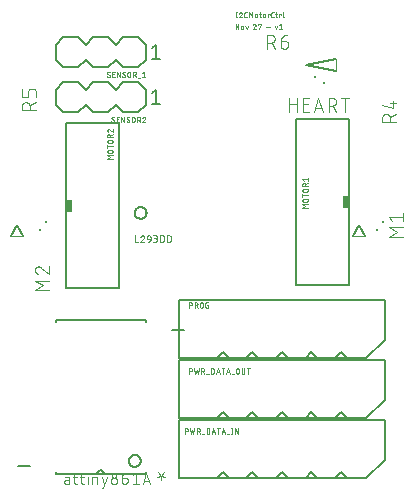
<source format=gbr>
G04 EAGLE Gerber X2 export*
%TF.Part,Single*%
%TF.FileFunction,Legend,Top,1*%
%TF.FilePolarity,Positive*%
%TF.GenerationSoftware,Autodesk,EAGLE,9.1.0*%
%TF.CreationDate,2018-12-20T06:16:38Z*%
G75*
%MOMM*%
%FSLAX34Y34*%
%LPD*%
%AMOC8*
5,1,8,0,0,1.08239X$1,22.5*%
G01*
%ADD10C,0.076200*%
%ADD11C,0.200000*%
%ADD12C,0.150000*%
%ADD13C,0.101600*%
%ADD14C,0.050800*%
%ADD15C,0.127000*%
%ADD16R,0.500000X1.000000*%
%ADD17C,0.152400*%
%ADD18C,0.250000*%
%ADD19R,0.200000X0.200000*%


D10*
X190852Y434619D02*
X190852Y430381D01*
X190381Y430381D02*
X191323Y430381D01*
X191323Y434619D02*
X190381Y434619D01*
X194570Y434620D02*
X194634Y434618D01*
X194698Y434612D01*
X194761Y434603D01*
X194824Y434589D01*
X194885Y434572D01*
X194946Y434551D01*
X195005Y434527D01*
X195063Y434499D01*
X195118Y434467D01*
X195172Y434432D01*
X195224Y434394D01*
X195273Y434353D01*
X195320Y434310D01*
X195363Y434263D01*
X195404Y434214D01*
X195442Y434162D01*
X195477Y434108D01*
X195509Y434053D01*
X195537Y433995D01*
X195561Y433936D01*
X195582Y433875D01*
X195599Y433814D01*
X195613Y433751D01*
X195622Y433688D01*
X195628Y433624D01*
X195630Y433560D01*
X194570Y434619D02*
X194499Y434617D01*
X194428Y434612D01*
X194357Y434602D01*
X194287Y434589D01*
X194217Y434573D01*
X194149Y434552D01*
X194082Y434528D01*
X194016Y434501D01*
X193952Y434470D01*
X193889Y434436D01*
X193828Y434399D01*
X193769Y434359D01*
X193713Y434315D01*
X193659Y434269D01*
X193607Y434220D01*
X193558Y434168D01*
X193512Y434114D01*
X193468Y434057D01*
X193428Y433998D01*
X193391Y433938D01*
X193357Y433875D01*
X193326Y433810D01*
X193299Y433745D01*
X193275Y433677D01*
X195276Y432736D02*
X195322Y432783D01*
X195366Y432832D01*
X195406Y432884D01*
X195444Y432938D01*
X195478Y432994D01*
X195509Y433052D01*
X195537Y433112D01*
X195561Y433173D01*
X195582Y433235D01*
X195599Y433299D01*
X195612Y433364D01*
X195621Y433429D01*
X195627Y433494D01*
X195629Y433560D01*
X195276Y432735D02*
X193275Y430381D01*
X195629Y430381D01*
X198697Y430381D02*
X199639Y430381D01*
X198697Y430381D02*
X198638Y430383D01*
X198579Y430388D01*
X198520Y430398D01*
X198463Y430411D01*
X198406Y430427D01*
X198350Y430447D01*
X198296Y430471D01*
X198243Y430498D01*
X198192Y430528D01*
X198143Y430561D01*
X198097Y430597D01*
X198052Y430636D01*
X198010Y430678D01*
X197971Y430723D01*
X197935Y430769D01*
X197902Y430818D01*
X197872Y430869D01*
X197845Y430922D01*
X197821Y430976D01*
X197801Y431032D01*
X197785Y431089D01*
X197772Y431146D01*
X197762Y431205D01*
X197757Y431264D01*
X197755Y431323D01*
X197756Y431323D02*
X197756Y433677D01*
X197755Y433677D02*
X197757Y433736D01*
X197762Y433795D01*
X197772Y433854D01*
X197785Y433911D01*
X197801Y433968D01*
X197821Y434024D01*
X197845Y434078D01*
X197872Y434131D01*
X197902Y434182D01*
X197935Y434231D01*
X197971Y434277D01*
X198010Y434322D01*
X198052Y434364D01*
X198097Y434403D01*
X198143Y434439D01*
X198192Y434472D01*
X198243Y434502D01*
X198296Y434529D01*
X198350Y434553D01*
X198406Y434573D01*
X198463Y434589D01*
X198520Y434602D01*
X198579Y434612D01*
X198638Y434617D01*
X198697Y434619D01*
X199639Y434619D01*
X201739Y434619D02*
X201739Y430381D01*
X203152Y432265D02*
X201739Y434619D01*
X203152Y432265D02*
X204565Y434619D01*
X204565Y430381D01*
X206860Y431323D02*
X206860Y432265D01*
X206862Y432325D01*
X206868Y432385D01*
X206877Y432445D01*
X206891Y432504D01*
X206908Y432562D01*
X206929Y432619D01*
X206953Y432674D01*
X206981Y432727D01*
X207013Y432779D01*
X207047Y432828D01*
X207085Y432876D01*
X207125Y432920D01*
X207169Y432962D01*
X207215Y433001D01*
X207263Y433038D01*
X207314Y433071D01*
X207366Y433100D01*
X207421Y433126D01*
X207477Y433149D01*
X207534Y433168D01*
X207592Y433183D01*
X207652Y433195D01*
X207712Y433203D01*
X207772Y433207D01*
X207832Y433207D01*
X207892Y433203D01*
X207952Y433195D01*
X208012Y433183D01*
X208070Y433168D01*
X208127Y433149D01*
X208183Y433126D01*
X208238Y433100D01*
X208290Y433071D01*
X208341Y433038D01*
X208389Y433001D01*
X208435Y432962D01*
X208479Y432920D01*
X208519Y432876D01*
X208557Y432828D01*
X208591Y432779D01*
X208623Y432727D01*
X208651Y432674D01*
X208675Y432619D01*
X208696Y432562D01*
X208713Y432504D01*
X208727Y432445D01*
X208736Y432385D01*
X208742Y432325D01*
X208744Y432265D01*
X208744Y431323D01*
X208742Y431263D01*
X208736Y431203D01*
X208727Y431143D01*
X208713Y431084D01*
X208696Y431026D01*
X208675Y430969D01*
X208651Y430914D01*
X208623Y430861D01*
X208591Y430809D01*
X208557Y430760D01*
X208519Y430712D01*
X208479Y430668D01*
X208435Y430626D01*
X208389Y430587D01*
X208341Y430550D01*
X208290Y430517D01*
X208238Y430488D01*
X208183Y430462D01*
X208127Y430439D01*
X208070Y430420D01*
X208012Y430405D01*
X207952Y430393D01*
X207892Y430385D01*
X207832Y430381D01*
X207772Y430381D01*
X207712Y430385D01*
X207652Y430393D01*
X207592Y430405D01*
X207534Y430420D01*
X207477Y430439D01*
X207421Y430462D01*
X207366Y430488D01*
X207314Y430517D01*
X207263Y430550D01*
X207215Y430587D01*
X207169Y430626D01*
X207125Y430668D01*
X207085Y430712D01*
X207047Y430760D01*
X207013Y430809D01*
X206981Y430861D01*
X206953Y430914D01*
X206929Y430969D01*
X206908Y431026D01*
X206891Y431084D01*
X206877Y431143D01*
X206868Y431203D01*
X206862Y431263D01*
X206860Y431323D01*
X210343Y433206D02*
X211755Y433206D01*
X210814Y434619D02*
X210814Y431087D01*
X210816Y431037D01*
X210821Y430987D01*
X210830Y430937D01*
X210843Y430888D01*
X210859Y430840D01*
X210878Y430794D01*
X210900Y430749D01*
X210926Y430705D01*
X210955Y430664D01*
X210986Y430625D01*
X211021Y430588D01*
X211058Y430553D01*
X211097Y430522D01*
X211138Y430493D01*
X211182Y430467D01*
X211227Y430445D01*
X211273Y430426D01*
X211321Y430410D01*
X211370Y430397D01*
X211420Y430388D01*
X211470Y430383D01*
X211520Y430381D01*
X211755Y430381D01*
X213610Y431323D02*
X213610Y432265D01*
X213612Y432325D01*
X213618Y432385D01*
X213627Y432445D01*
X213641Y432504D01*
X213658Y432562D01*
X213679Y432619D01*
X213703Y432674D01*
X213731Y432727D01*
X213763Y432779D01*
X213797Y432828D01*
X213835Y432876D01*
X213875Y432920D01*
X213919Y432962D01*
X213965Y433001D01*
X214013Y433038D01*
X214064Y433071D01*
X214116Y433100D01*
X214171Y433126D01*
X214227Y433149D01*
X214284Y433168D01*
X214342Y433183D01*
X214402Y433195D01*
X214462Y433203D01*
X214522Y433207D01*
X214582Y433207D01*
X214642Y433203D01*
X214702Y433195D01*
X214762Y433183D01*
X214820Y433168D01*
X214877Y433149D01*
X214933Y433126D01*
X214988Y433100D01*
X215040Y433071D01*
X215091Y433038D01*
X215139Y433001D01*
X215185Y432962D01*
X215229Y432920D01*
X215269Y432876D01*
X215307Y432828D01*
X215341Y432779D01*
X215373Y432727D01*
X215401Y432674D01*
X215425Y432619D01*
X215446Y432562D01*
X215463Y432504D01*
X215477Y432445D01*
X215486Y432385D01*
X215492Y432325D01*
X215494Y432265D01*
X215494Y431323D01*
X215492Y431263D01*
X215486Y431203D01*
X215477Y431143D01*
X215463Y431084D01*
X215446Y431026D01*
X215425Y430969D01*
X215401Y430914D01*
X215373Y430861D01*
X215341Y430809D01*
X215307Y430760D01*
X215269Y430712D01*
X215229Y430668D01*
X215185Y430626D01*
X215139Y430587D01*
X215091Y430550D01*
X215040Y430517D01*
X214988Y430488D01*
X214933Y430462D01*
X214877Y430439D01*
X214820Y430420D01*
X214762Y430405D01*
X214702Y430393D01*
X214642Y430385D01*
X214582Y430381D01*
X214522Y430381D01*
X214462Y430385D01*
X214402Y430393D01*
X214342Y430405D01*
X214284Y430420D01*
X214227Y430439D01*
X214171Y430462D01*
X214116Y430488D01*
X214064Y430517D01*
X214013Y430550D01*
X213965Y430587D01*
X213919Y430626D01*
X213875Y430668D01*
X213835Y430712D01*
X213797Y430760D01*
X213763Y430809D01*
X213731Y430861D01*
X213703Y430914D01*
X213679Y430969D01*
X213658Y431026D01*
X213641Y431084D01*
X213627Y431143D01*
X213618Y431203D01*
X213612Y431263D01*
X213610Y431323D01*
X217698Y430381D02*
X217698Y433206D01*
X219111Y433206D01*
X219111Y432735D01*
X221647Y430381D02*
X222589Y430381D01*
X221647Y430381D02*
X221588Y430383D01*
X221529Y430388D01*
X221470Y430398D01*
X221413Y430411D01*
X221356Y430427D01*
X221300Y430447D01*
X221246Y430471D01*
X221193Y430498D01*
X221142Y430528D01*
X221093Y430561D01*
X221047Y430597D01*
X221002Y430636D01*
X220960Y430678D01*
X220921Y430723D01*
X220885Y430769D01*
X220852Y430818D01*
X220822Y430869D01*
X220795Y430922D01*
X220771Y430976D01*
X220751Y431032D01*
X220735Y431089D01*
X220722Y431146D01*
X220712Y431205D01*
X220707Y431264D01*
X220705Y431323D01*
X220706Y431323D02*
X220706Y433677D01*
X220705Y433677D02*
X220707Y433736D01*
X220712Y433795D01*
X220722Y433854D01*
X220735Y433911D01*
X220751Y433968D01*
X220771Y434024D01*
X220795Y434078D01*
X220822Y434131D01*
X220852Y434182D01*
X220885Y434231D01*
X220921Y434277D01*
X220960Y434322D01*
X221002Y434364D01*
X221047Y434403D01*
X221093Y434439D01*
X221142Y434472D01*
X221193Y434502D01*
X221246Y434529D01*
X221300Y434553D01*
X221356Y434573D01*
X221413Y434589D01*
X221470Y434602D01*
X221529Y434612D01*
X221588Y434617D01*
X221647Y434619D01*
X222589Y434619D01*
X223993Y433206D02*
X225405Y433206D01*
X224463Y434619D02*
X224463Y431087D01*
X224464Y431087D02*
X224466Y431037D01*
X224471Y430987D01*
X224480Y430937D01*
X224493Y430888D01*
X224509Y430840D01*
X224528Y430794D01*
X224550Y430749D01*
X224576Y430705D01*
X224605Y430664D01*
X224636Y430625D01*
X224671Y430588D01*
X224708Y430553D01*
X224747Y430522D01*
X224788Y430493D01*
X224832Y430467D01*
X224877Y430445D01*
X224923Y430426D01*
X224971Y430410D01*
X225020Y430397D01*
X225070Y430388D01*
X225120Y430383D01*
X225170Y430381D01*
X225405Y430381D01*
X227448Y430381D02*
X227448Y433206D01*
X228861Y433206D01*
X228861Y432735D01*
X230428Y431087D02*
X230428Y434619D01*
X230428Y431087D02*
X230430Y431037D01*
X230435Y430987D01*
X230444Y430937D01*
X230457Y430888D01*
X230473Y430840D01*
X230492Y430794D01*
X230514Y430749D01*
X230540Y430705D01*
X230569Y430664D01*
X230600Y430625D01*
X230635Y430588D01*
X230672Y430553D01*
X230711Y430522D01*
X230752Y430493D01*
X230796Y430467D01*
X230841Y430445D01*
X230887Y430426D01*
X230935Y430410D01*
X230984Y430397D01*
X231034Y430388D01*
X231084Y430383D01*
X231134Y430381D01*
X190381Y424619D02*
X190381Y420381D01*
X192735Y420381D02*
X190381Y424619D01*
X192735Y424619D02*
X192735Y420381D01*
X194966Y421323D02*
X194966Y422265D01*
X194968Y422325D01*
X194974Y422385D01*
X194983Y422445D01*
X194997Y422504D01*
X195014Y422562D01*
X195035Y422619D01*
X195059Y422674D01*
X195087Y422727D01*
X195119Y422779D01*
X195153Y422828D01*
X195191Y422876D01*
X195231Y422920D01*
X195275Y422962D01*
X195321Y423001D01*
X195369Y423038D01*
X195420Y423071D01*
X195472Y423100D01*
X195527Y423126D01*
X195583Y423149D01*
X195640Y423168D01*
X195698Y423183D01*
X195758Y423195D01*
X195818Y423203D01*
X195878Y423207D01*
X195938Y423207D01*
X195998Y423203D01*
X196058Y423195D01*
X196118Y423183D01*
X196176Y423168D01*
X196233Y423149D01*
X196289Y423126D01*
X196344Y423100D01*
X196396Y423071D01*
X196447Y423038D01*
X196495Y423001D01*
X196541Y422962D01*
X196585Y422920D01*
X196625Y422876D01*
X196663Y422828D01*
X196697Y422779D01*
X196729Y422727D01*
X196757Y422674D01*
X196781Y422619D01*
X196802Y422562D01*
X196819Y422504D01*
X196833Y422445D01*
X196842Y422385D01*
X196848Y422325D01*
X196850Y422265D01*
X196850Y421323D01*
X196848Y421263D01*
X196842Y421203D01*
X196833Y421143D01*
X196819Y421084D01*
X196802Y421026D01*
X196781Y420969D01*
X196757Y420914D01*
X196729Y420861D01*
X196697Y420809D01*
X196663Y420760D01*
X196625Y420712D01*
X196585Y420668D01*
X196541Y420626D01*
X196495Y420587D01*
X196447Y420550D01*
X196396Y420517D01*
X196344Y420488D01*
X196289Y420462D01*
X196233Y420439D01*
X196176Y420420D01*
X196118Y420405D01*
X196058Y420393D01*
X195998Y420385D01*
X195938Y420381D01*
X195878Y420381D01*
X195818Y420385D01*
X195758Y420393D01*
X195698Y420405D01*
X195640Y420420D01*
X195583Y420439D01*
X195527Y420462D01*
X195472Y420488D01*
X195420Y420517D01*
X195369Y420550D01*
X195321Y420587D01*
X195275Y420626D01*
X195231Y420668D01*
X195191Y420712D01*
X195153Y420760D01*
X195119Y420809D01*
X195087Y420861D01*
X195059Y420914D01*
X195035Y420969D01*
X195014Y421026D01*
X194997Y421084D01*
X194983Y421143D01*
X194974Y421203D01*
X194968Y421263D01*
X194966Y421323D01*
X198716Y423206D02*
X199658Y420381D01*
X200600Y423206D01*
X206226Y424620D02*
X206290Y424618D01*
X206354Y424612D01*
X206417Y424603D01*
X206480Y424589D01*
X206541Y424572D01*
X206602Y424551D01*
X206661Y424527D01*
X206719Y424499D01*
X206774Y424467D01*
X206828Y424432D01*
X206880Y424394D01*
X206929Y424353D01*
X206976Y424310D01*
X207019Y424263D01*
X207060Y424214D01*
X207098Y424162D01*
X207133Y424108D01*
X207165Y424053D01*
X207193Y423995D01*
X207217Y423936D01*
X207238Y423875D01*
X207255Y423814D01*
X207269Y423751D01*
X207278Y423688D01*
X207284Y423624D01*
X207286Y423560D01*
X206226Y424619D02*
X206155Y424617D01*
X206084Y424612D01*
X206013Y424602D01*
X205943Y424589D01*
X205873Y424573D01*
X205805Y424552D01*
X205738Y424528D01*
X205672Y424501D01*
X205608Y424470D01*
X205545Y424436D01*
X205484Y424399D01*
X205425Y424359D01*
X205369Y424315D01*
X205315Y424269D01*
X205263Y424220D01*
X205214Y424168D01*
X205168Y424114D01*
X205124Y424057D01*
X205084Y423998D01*
X205047Y423938D01*
X205013Y423875D01*
X204982Y423810D01*
X204955Y423745D01*
X204931Y423677D01*
X206932Y422736D02*
X206978Y422783D01*
X207022Y422832D01*
X207062Y422884D01*
X207100Y422938D01*
X207134Y422994D01*
X207165Y423052D01*
X207193Y423112D01*
X207217Y423173D01*
X207238Y423235D01*
X207255Y423299D01*
X207268Y423364D01*
X207277Y423429D01*
X207283Y423494D01*
X207285Y423560D01*
X206932Y422735D02*
X204931Y420381D01*
X207285Y420381D01*
X209431Y424148D02*
X209431Y424619D01*
X211785Y424619D01*
X210608Y420381D01*
X216395Y422029D02*
X219221Y422029D01*
X223616Y423206D02*
X224558Y420381D01*
X225500Y423206D01*
X227431Y423677D02*
X228608Y424619D01*
X228608Y420381D01*
X227431Y420381D02*
X229785Y420381D01*
X49558Y39036D02*
X47208Y39036D01*
X47208Y39035D02*
X47124Y39033D01*
X47039Y39027D01*
X46956Y39017D01*
X46872Y39004D01*
X46790Y38986D01*
X46708Y38965D01*
X46627Y38940D01*
X46548Y38912D01*
X46470Y38879D01*
X46394Y38843D01*
X46319Y38804D01*
X46246Y38761D01*
X46175Y38715D01*
X46107Y38666D01*
X46041Y38614D01*
X45977Y38558D01*
X45916Y38500D01*
X45858Y38439D01*
X45802Y38375D01*
X45750Y38309D01*
X45701Y38241D01*
X45655Y38170D01*
X45612Y38097D01*
X45573Y38022D01*
X45537Y37946D01*
X45504Y37868D01*
X45476Y37789D01*
X45451Y37708D01*
X45430Y37626D01*
X45412Y37544D01*
X45399Y37460D01*
X45389Y37377D01*
X45383Y37292D01*
X45381Y37208D01*
X45383Y37124D01*
X45389Y37039D01*
X45399Y36956D01*
X45412Y36872D01*
X45430Y36790D01*
X45451Y36708D01*
X45476Y36627D01*
X45504Y36548D01*
X45537Y36470D01*
X45573Y36394D01*
X45612Y36319D01*
X45655Y36246D01*
X45701Y36175D01*
X45750Y36107D01*
X45802Y36041D01*
X45858Y35977D01*
X45916Y35916D01*
X45977Y35858D01*
X46041Y35802D01*
X46107Y35750D01*
X46175Y35701D01*
X46246Y35655D01*
X46319Y35612D01*
X46394Y35573D01*
X46470Y35537D01*
X46548Y35504D01*
X46627Y35476D01*
X46708Y35451D01*
X46790Y35430D01*
X46872Y35412D01*
X46956Y35399D01*
X47039Y35389D01*
X47124Y35383D01*
X47208Y35381D01*
X49558Y35381D01*
X49558Y40080D01*
X49556Y40157D01*
X49550Y40233D01*
X49541Y40310D01*
X49528Y40386D01*
X49511Y40461D01*
X49491Y40535D01*
X49466Y40608D01*
X49439Y40679D01*
X49408Y40750D01*
X49373Y40818D01*
X49335Y40885D01*
X49294Y40950D01*
X49250Y41013D01*
X49203Y41073D01*
X49152Y41132D01*
X49099Y41187D01*
X49044Y41240D01*
X48985Y41291D01*
X48925Y41338D01*
X48862Y41382D01*
X48797Y41423D01*
X48730Y41461D01*
X48662Y41496D01*
X48591Y41527D01*
X48520Y41554D01*
X48447Y41579D01*
X48373Y41599D01*
X48298Y41616D01*
X48222Y41629D01*
X48145Y41638D01*
X48069Y41644D01*
X47992Y41646D01*
X45903Y41646D01*
X52888Y41646D02*
X56020Y41646D01*
X53932Y44779D02*
X53932Y36947D01*
X53934Y36870D01*
X53940Y36794D01*
X53949Y36717D01*
X53962Y36641D01*
X53979Y36566D01*
X53999Y36492D01*
X54024Y36419D01*
X54051Y36348D01*
X54082Y36277D01*
X54117Y36209D01*
X54155Y36142D01*
X54196Y36077D01*
X54240Y36014D01*
X54287Y35954D01*
X54338Y35895D01*
X54391Y35840D01*
X54446Y35787D01*
X54505Y35736D01*
X54565Y35689D01*
X54628Y35645D01*
X54693Y35604D01*
X54760Y35566D01*
X54828Y35531D01*
X54899Y35500D01*
X54970Y35473D01*
X55043Y35448D01*
X55117Y35428D01*
X55192Y35411D01*
X55268Y35398D01*
X55345Y35389D01*
X55421Y35383D01*
X55498Y35381D01*
X56020Y35381D01*
X58679Y41646D02*
X61811Y41646D01*
X59723Y44779D02*
X59723Y36947D01*
X59725Y36870D01*
X59731Y36794D01*
X59740Y36717D01*
X59753Y36641D01*
X59770Y36566D01*
X59790Y36492D01*
X59815Y36419D01*
X59842Y36348D01*
X59873Y36277D01*
X59908Y36209D01*
X59946Y36142D01*
X59987Y36077D01*
X60031Y36014D01*
X60078Y35954D01*
X60129Y35895D01*
X60182Y35840D01*
X60237Y35787D01*
X60296Y35736D01*
X60356Y35689D01*
X60419Y35645D01*
X60484Y35604D01*
X60551Y35566D01*
X60619Y35531D01*
X60690Y35500D01*
X60761Y35473D01*
X60834Y35448D01*
X60908Y35428D01*
X60983Y35411D01*
X61059Y35398D01*
X61136Y35389D01*
X61212Y35383D01*
X61289Y35381D01*
X61811Y35381D01*
X65193Y35381D02*
X65193Y41646D01*
X64932Y44257D02*
X64932Y44779D01*
X65454Y44779D01*
X65454Y44257D01*
X64932Y44257D01*
X69201Y41646D02*
X69201Y35381D01*
X69201Y41646D02*
X71811Y41646D01*
X71888Y41644D01*
X71964Y41638D01*
X72041Y41629D01*
X72117Y41616D01*
X72192Y41599D01*
X72266Y41579D01*
X72339Y41554D01*
X72410Y41527D01*
X72481Y41496D01*
X72549Y41461D01*
X72616Y41423D01*
X72681Y41382D01*
X72744Y41338D01*
X72804Y41291D01*
X72863Y41240D01*
X72918Y41187D01*
X72971Y41132D01*
X73022Y41073D01*
X73069Y41013D01*
X73113Y40950D01*
X73154Y40885D01*
X73192Y40818D01*
X73227Y40750D01*
X73258Y40679D01*
X73285Y40608D01*
X73310Y40535D01*
X73330Y40461D01*
X73347Y40386D01*
X73360Y40310D01*
X73369Y40234D01*
X73375Y40157D01*
X73377Y40080D01*
X73378Y40080D02*
X73378Y35381D01*
X77126Y32248D02*
X78170Y32248D01*
X81303Y41646D01*
X77126Y41646D02*
X79214Y35381D01*
X84833Y37992D02*
X84835Y38093D01*
X84841Y38194D01*
X84851Y38295D01*
X84864Y38395D01*
X84882Y38495D01*
X84903Y38594D01*
X84929Y38692D01*
X84958Y38789D01*
X84990Y38885D01*
X85027Y38979D01*
X85067Y39072D01*
X85111Y39164D01*
X85158Y39253D01*
X85209Y39341D01*
X85263Y39427D01*
X85320Y39510D01*
X85380Y39592D01*
X85444Y39670D01*
X85510Y39747D01*
X85580Y39820D01*
X85652Y39891D01*
X85727Y39959D01*
X85805Y40024D01*
X85885Y40086D01*
X85967Y40145D01*
X86052Y40201D01*
X86139Y40253D01*
X86227Y40302D01*
X86318Y40348D01*
X86410Y40389D01*
X86504Y40428D01*
X86599Y40462D01*
X86695Y40493D01*
X86793Y40520D01*
X86891Y40544D01*
X86991Y40563D01*
X87091Y40579D01*
X87191Y40591D01*
X87292Y40599D01*
X87393Y40603D01*
X87495Y40603D01*
X87596Y40599D01*
X87697Y40591D01*
X87797Y40579D01*
X87897Y40563D01*
X87997Y40544D01*
X88095Y40520D01*
X88193Y40493D01*
X88289Y40462D01*
X88384Y40428D01*
X88478Y40389D01*
X88570Y40348D01*
X88661Y40302D01*
X88750Y40253D01*
X88836Y40201D01*
X88921Y40145D01*
X89003Y40086D01*
X89083Y40024D01*
X89161Y39959D01*
X89236Y39891D01*
X89308Y39820D01*
X89378Y39747D01*
X89444Y39670D01*
X89508Y39592D01*
X89568Y39510D01*
X89625Y39427D01*
X89679Y39341D01*
X89730Y39253D01*
X89777Y39164D01*
X89821Y39072D01*
X89861Y38979D01*
X89898Y38885D01*
X89930Y38789D01*
X89959Y38692D01*
X89985Y38594D01*
X90006Y38495D01*
X90024Y38395D01*
X90037Y38295D01*
X90047Y38194D01*
X90053Y38093D01*
X90055Y37992D01*
X90053Y37891D01*
X90047Y37790D01*
X90037Y37689D01*
X90024Y37589D01*
X90006Y37489D01*
X89985Y37390D01*
X89959Y37292D01*
X89930Y37195D01*
X89898Y37099D01*
X89861Y37005D01*
X89821Y36912D01*
X89777Y36820D01*
X89730Y36731D01*
X89679Y36643D01*
X89625Y36557D01*
X89568Y36474D01*
X89508Y36392D01*
X89444Y36314D01*
X89378Y36237D01*
X89308Y36164D01*
X89236Y36093D01*
X89161Y36025D01*
X89083Y35960D01*
X89003Y35898D01*
X88921Y35839D01*
X88836Y35783D01*
X88749Y35731D01*
X88661Y35682D01*
X88570Y35636D01*
X88478Y35595D01*
X88384Y35556D01*
X88289Y35522D01*
X88193Y35491D01*
X88095Y35464D01*
X87997Y35440D01*
X87897Y35421D01*
X87797Y35405D01*
X87697Y35393D01*
X87596Y35385D01*
X87495Y35381D01*
X87393Y35381D01*
X87292Y35385D01*
X87191Y35393D01*
X87091Y35405D01*
X86991Y35421D01*
X86891Y35440D01*
X86793Y35464D01*
X86695Y35491D01*
X86599Y35522D01*
X86504Y35556D01*
X86410Y35595D01*
X86318Y35636D01*
X86227Y35682D01*
X86139Y35731D01*
X86052Y35783D01*
X85967Y35839D01*
X85885Y35898D01*
X85805Y35960D01*
X85727Y36025D01*
X85652Y36093D01*
X85580Y36164D01*
X85510Y36237D01*
X85444Y36314D01*
X85380Y36392D01*
X85320Y36474D01*
X85263Y36557D01*
X85209Y36643D01*
X85158Y36731D01*
X85111Y36820D01*
X85067Y36912D01*
X85027Y37005D01*
X84990Y37099D01*
X84958Y37195D01*
X84929Y37292D01*
X84903Y37390D01*
X84882Y37489D01*
X84864Y37589D01*
X84851Y37689D01*
X84841Y37790D01*
X84835Y37891D01*
X84833Y37992D01*
X85356Y42691D02*
X85358Y42781D01*
X85364Y42870D01*
X85373Y42960D01*
X85387Y43049D01*
X85404Y43137D01*
X85425Y43224D01*
X85450Y43311D01*
X85479Y43396D01*
X85511Y43480D01*
X85546Y43562D01*
X85586Y43643D01*
X85628Y43722D01*
X85674Y43799D01*
X85724Y43874D01*
X85776Y43947D01*
X85832Y44018D01*
X85890Y44086D01*
X85952Y44151D01*
X86016Y44214D01*
X86083Y44274D01*
X86152Y44331D01*
X86224Y44385D01*
X86298Y44436D01*
X86374Y44484D01*
X86452Y44528D01*
X86532Y44569D01*
X86614Y44607D01*
X86697Y44641D01*
X86782Y44671D01*
X86868Y44698D01*
X86954Y44721D01*
X87042Y44740D01*
X87131Y44755D01*
X87220Y44767D01*
X87309Y44775D01*
X87399Y44779D01*
X87489Y44779D01*
X87579Y44775D01*
X87668Y44767D01*
X87757Y44755D01*
X87846Y44740D01*
X87934Y44721D01*
X88020Y44698D01*
X88106Y44671D01*
X88191Y44641D01*
X88274Y44607D01*
X88356Y44569D01*
X88436Y44528D01*
X88514Y44484D01*
X88590Y44436D01*
X88664Y44385D01*
X88736Y44331D01*
X88805Y44274D01*
X88872Y44214D01*
X88936Y44151D01*
X88998Y44086D01*
X89056Y44018D01*
X89112Y43947D01*
X89164Y43874D01*
X89214Y43799D01*
X89260Y43722D01*
X89302Y43643D01*
X89342Y43562D01*
X89377Y43480D01*
X89409Y43396D01*
X89438Y43311D01*
X89463Y43224D01*
X89484Y43137D01*
X89501Y43049D01*
X89515Y42960D01*
X89524Y42870D01*
X89530Y42781D01*
X89532Y42691D01*
X89530Y42601D01*
X89524Y42512D01*
X89515Y42422D01*
X89501Y42333D01*
X89484Y42245D01*
X89463Y42158D01*
X89438Y42071D01*
X89409Y41986D01*
X89377Y41902D01*
X89342Y41820D01*
X89302Y41739D01*
X89260Y41660D01*
X89214Y41583D01*
X89164Y41508D01*
X89112Y41435D01*
X89056Y41364D01*
X88998Y41296D01*
X88936Y41231D01*
X88872Y41168D01*
X88805Y41108D01*
X88736Y41051D01*
X88664Y40997D01*
X88590Y40946D01*
X88514Y40898D01*
X88436Y40854D01*
X88356Y40813D01*
X88274Y40775D01*
X88191Y40741D01*
X88106Y40711D01*
X88020Y40684D01*
X87934Y40661D01*
X87846Y40642D01*
X87757Y40627D01*
X87668Y40615D01*
X87579Y40607D01*
X87489Y40603D01*
X87399Y40603D01*
X87309Y40607D01*
X87220Y40615D01*
X87131Y40627D01*
X87042Y40642D01*
X86954Y40661D01*
X86868Y40684D01*
X86782Y40711D01*
X86697Y40741D01*
X86614Y40775D01*
X86532Y40813D01*
X86452Y40854D01*
X86374Y40898D01*
X86298Y40946D01*
X86224Y40997D01*
X86152Y41051D01*
X86083Y41108D01*
X86016Y41168D01*
X85952Y41231D01*
X85890Y41296D01*
X85832Y41364D01*
X85776Y41435D01*
X85724Y41508D01*
X85674Y41583D01*
X85628Y41660D01*
X85586Y41739D01*
X85546Y41820D01*
X85511Y41902D01*
X85479Y41986D01*
X85450Y42071D01*
X85425Y42158D01*
X85404Y42245D01*
X85387Y42333D01*
X85373Y42422D01*
X85364Y42512D01*
X85358Y42601D01*
X85356Y42691D01*
X93977Y40602D02*
X97110Y40602D01*
X97199Y40600D01*
X97287Y40594D01*
X97375Y40585D01*
X97463Y40572D01*
X97550Y40555D01*
X97636Y40535D01*
X97721Y40510D01*
X97806Y40483D01*
X97889Y40451D01*
X97970Y40417D01*
X98050Y40378D01*
X98128Y40337D01*
X98205Y40292D01*
X98279Y40244D01*
X98352Y40193D01*
X98422Y40139D01*
X98489Y40081D01*
X98555Y40021D01*
X98617Y39959D01*
X98677Y39893D01*
X98735Y39826D01*
X98789Y39756D01*
X98840Y39683D01*
X98888Y39609D01*
X98933Y39532D01*
X98974Y39454D01*
X99013Y39374D01*
X99047Y39293D01*
X99079Y39210D01*
X99106Y39125D01*
X99131Y39040D01*
X99151Y38954D01*
X99168Y38867D01*
X99181Y38779D01*
X99190Y38691D01*
X99196Y38603D01*
X99198Y38514D01*
X99198Y37992D01*
X99199Y37992D02*
X99197Y37891D01*
X99191Y37790D01*
X99181Y37689D01*
X99168Y37589D01*
X99150Y37489D01*
X99129Y37390D01*
X99103Y37292D01*
X99074Y37195D01*
X99042Y37099D01*
X99005Y37005D01*
X98965Y36912D01*
X98921Y36820D01*
X98874Y36731D01*
X98823Y36643D01*
X98769Y36557D01*
X98712Y36474D01*
X98652Y36392D01*
X98588Y36314D01*
X98522Y36237D01*
X98452Y36164D01*
X98380Y36093D01*
X98305Y36025D01*
X98227Y35960D01*
X98147Y35898D01*
X98065Y35839D01*
X97980Y35783D01*
X97893Y35731D01*
X97805Y35682D01*
X97714Y35636D01*
X97622Y35595D01*
X97528Y35556D01*
X97433Y35522D01*
X97337Y35491D01*
X97239Y35464D01*
X97141Y35440D01*
X97041Y35421D01*
X96941Y35405D01*
X96841Y35393D01*
X96740Y35385D01*
X96639Y35381D01*
X96537Y35381D01*
X96436Y35385D01*
X96335Y35393D01*
X96235Y35405D01*
X96135Y35421D01*
X96035Y35440D01*
X95937Y35464D01*
X95839Y35491D01*
X95743Y35522D01*
X95648Y35556D01*
X95554Y35595D01*
X95462Y35636D01*
X95371Y35682D01*
X95283Y35731D01*
X95196Y35783D01*
X95111Y35839D01*
X95029Y35898D01*
X94949Y35960D01*
X94871Y36025D01*
X94796Y36093D01*
X94724Y36164D01*
X94654Y36237D01*
X94588Y36314D01*
X94524Y36392D01*
X94464Y36474D01*
X94407Y36557D01*
X94353Y36643D01*
X94302Y36731D01*
X94255Y36820D01*
X94211Y36912D01*
X94171Y37005D01*
X94134Y37099D01*
X94102Y37195D01*
X94073Y37292D01*
X94047Y37390D01*
X94026Y37489D01*
X94008Y37589D01*
X93995Y37689D01*
X93985Y37790D01*
X93979Y37891D01*
X93977Y37992D01*
X93977Y40602D01*
X93979Y40731D01*
X93985Y40859D01*
X93995Y40987D01*
X94009Y41115D01*
X94026Y41243D01*
X94048Y41370D01*
X94074Y41496D01*
X94103Y41621D01*
X94136Y41745D01*
X94174Y41868D01*
X94214Y41990D01*
X94259Y42111D01*
X94307Y42230D01*
X94359Y42348D01*
X94415Y42464D01*
X94474Y42578D01*
X94537Y42690D01*
X94603Y42801D01*
X94672Y42909D01*
X94745Y43015D01*
X94821Y43119D01*
X94900Y43221D01*
X94982Y43320D01*
X95067Y43416D01*
X95155Y43510D01*
X95246Y43601D01*
X95340Y43689D01*
X95436Y43774D01*
X95535Y43856D01*
X95637Y43935D01*
X95741Y44011D01*
X95847Y44084D01*
X95955Y44153D01*
X96065Y44219D01*
X96178Y44282D01*
X96292Y44341D01*
X96408Y44397D01*
X96526Y44449D01*
X96645Y44497D01*
X96766Y44542D01*
X96888Y44582D01*
X97011Y44620D01*
X97135Y44653D01*
X97260Y44682D01*
X97386Y44708D01*
X97513Y44730D01*
X97641Y44747D01*
X97769Y44761D01*
X97897Y44771D01*
X98025Y44777D01*
X98154Y44779D01*
X103121Y42691D02*
X105732Y44779D01*
X105732Y35381D01*
X108342Y35381D02*
X103121Y35381D01*
X111743Y35381D02*
X114876Y44779D01*
X118008Y35381D01*
X117225Y37731D02*
X112526Y37731D01*
D11*
X100000Y55000D02*
X100002Y55141D01*
X100008Y55282D01*
X100018Y55422D01*
X100032Y55562D01*
X100050Y55702D01*
X100071Y55841D01*
X100097Y55980D01*
X100126Y56118D01*
X100160Y56254D01*
X100197Y56390D01*
X100238Y56525D01*
X100283Y56659D01*
X100332Y56791D01*
X100384Y56922D01*
X100440Y57051D01*
X100500Y57178D01*
X100563Y57304D01*
X100629Y57428D01*
X100700Y57551D01*
X100773Y57671D01*
X100850Y57789D01*
X100930Y57905D01*
X101014Y58018D01*
X101100Y58129D01*
X101190Y58238D01*
X101283Y58344D01*
X101378Y58447D01*
X101477Y58548D01*
X101578Y58646D01*
X101682Y58741D01*
X101789Y58833D01*
X101898Y58922D01*
X102010Y59007D01*
X102124Y59090D01*
X102240Y59170D01*
X102359Y59246D01*
X102480Y59318D01*
X102602Y59388D01*
X102727Y59453D01*
X102853Y59516D01*
X102981Y59574D01*
X103111Y59629D01*
X103242Y59681D01*
X103375Y59728D01*
X103509Y59772D01*
X103644Y59813D01*
X103780Y59849D01*
X103917Y59881D01*
X104055Y59910D01*
X104193Y59935D01*
X104333Y59955D01*
X104473Y59972D01*
X104613Y59985D01*
X104754Y59994D01*
X104894Y59999D01*
X105035Y60000D01*
X105176Y59997D01*
X105317Y59990D01*
X105457Y59979D01*
X105597Y59964D01*
X105737Y59945D01*
X105876Y59923D01*
X106014Y59896D01*
X106152Y59866D01*
X106288Y59831D01*
X106424Y59793D01*
X106558Y59751D01*
X106692Y59705D01*
X106824Y59656D01*
X106954Y59602D01*
X107083Y59545D01*
X107210Y59485D01*
X107336Y59421D01*
X107459Y59353D01*
X107581Y59282D01*
X107701Y59208D01*
X107818Y59130D01*
X107933Y59049D01*
X108046Y58965D01*
X108157Y58878D01*
X108265Y58787D01*
X108370Y58694D01*
X108473Y58597D01*
X108573Y58498D01*
X108670Y58396D01*
X108764Y58291D01*
X108855Y58184D01*
X108943Y58074D01*
X109028Y57962D01*
X109110Y57847D01*
X109189Y57730D01*
X109264Y57611D01*
X109336Y57490D01*
X109404Y57367D01*
X109469Y57242D01*
X109531Y57115D01*
X109588Y56986D01*
X109643Y56856D01*
X109693Y56725D01*
X109740Y56592D01*
X109783Y56458D01*
X109822Y56322D01*
X109857Y56186D01*
X109889Y56049D01*
X109916Y55911D01*
X109940Y55772D01*
X109960Y55632D01*
X109976Y55492D01*
X109988Y55352D01*
X109996Y55211D01*
X110000Y55070D01*
X110000Y54930D01*
X109996Y54789D01*
X109988Y54648D01*
X109976Y54508D01*
X109960Y54368D01*
X109940Y54228D01*
X109916Y54089D01*
X109889Y53951D01*
X109857Y53814D01*
X109822Y53678D01*
X109783Y53542D01*
X109740Y53408D01*
X109693Y53275D01*
X109643Y53144D01*
X109588Y53014D01*
X109531Y52885D01*
X109469Y52758D01*
X109404Y52633D01*
X109336Y52510D01*
X109264Y52389D01*
X109189Y52270D01*
X109110Y52153D01*
X109028Y52038D01*
X108943Y51926D01*
X108855Y51816D01*
X108764Y51709D01*
X108670Y51604D01*
X108573Y51502D01*
X108473Y51403D01*
X108370Y51306D01*
X108265Y51213D01*
X108157Y51122D01*
X108046Y51035D01*
X107933Y50951D01*
X107818Y50870D01*
X107701Y50792D01*
X107581Y50718D01*
X107459Y50647D01*
X107336Y50579D01*
X107210Y50515D01*
X107083Y50455D01*
X106954Y50398D01*
X106824Y50344D01*
X106692Y50295D01*
X106558Y50249D01*
X106424Y50207D01*
X106288Y50169D01*
X106152Y50134D01*
X106014Y50104D01*
X105876Y50077D01*
X105737Y50055D01*
X105597Y50036D01*
X105457Y50021D01*
X105317Y50010D01*
X105176Y50003D01*
X105035Y50000D01*
X104894Y50001D01*
X104754Y50006D01*
X104613Y50015D01*
X104473Y50028D01*
X104333Y50045D01*
X104193Y50065D01*
X104055Y50090D01*
X103917Y50119D01*
X103780Y50151D01*
X103644Y50187D01*
X103509Y50228D01*
X103375Y50272D01*
X103242Y50319D01*
X103111Y50371D01*
X102981Y50426D01*
X102853Y50484D01*
X102727Y50547D01*
X102602Y50612D01*
X102480Y50682D01*
X102359Y50754D01*
X102240Y50830D01*
X102124Y50910D01*
X102010Y50993D01*
X101898Y51078D01*
X101789Y51167D01*
X101682Y51259D01*
X101578Y51354D01*
X101477Y51452D01*
X101378Y51553D01*
X101283Y51656D01*
X101190Y51762D01*
X101100Y51871D01*
X101014Y51982D01*
X100930Y52095D01*
X100850Y52211D01*
X100773Y52329D01*
X100700Y52449D01*
X100629Y52572D01*
X100563Y52696D01*
X100500Y52822D01*
X100440Y52949D01*
X100384Y53078D01*
X100332Y53209D01*
X100283Y53341D01*
X100238Y53475D01*
X100197Y53610D01*
X100160Y53746D01*
X100126Y53882D01*
X100097Y54020D01*
X100071Y54159D01*
X100050Y54298D01*
X100032Y54438D01*
X100018Y54578D01*
X100008Y54718D01*
X100002Y54859D01*
X100000Y55000D01*
X105000Y265000D02*
X105002Y265141D01*
X105008Y265282D01*
X105018Y265422D01*
X105032Y265562D01*
X105050Y265702D01*
X105071Y265841D01*
X105097Y265980D01*
X105126Y266118D01*
X105160Y266254D01*
X105197Y266390D01*
X105238Y266525D01*
X105283Y266659D01*
X105332Y266791D01*
X105384Y266922D01*
X105440Y267051D01*
X105500Y267178D01*
X105563Y267304D01*
X105629Y267428D01*
X105700Y267551D01*
X105773Y267671D01*
X105850Y267789D01*
X105930Y267905D01*
X106014Y268018D01*
X106100Y268129D01*
X106190Y268238D01*
X106283Y268344D01*
X106378Y268447D01*
X106477Y268548D01*
X106578Y268646D01*
X106682Y268741D01*
X106789Y268833D01*
X106898Y268922D01*
X107010Y269007D01*
X107124Y269090D01*
X107240Y269170D01*
X107359Y269246D01*
X107480Y269318D01*
X107602Y269388D01*
X107727Y269453D01*
X107853Y269516D01*
X107981Y269574D01*
X108111Y269629D01*
X108242Y269681D01*
X108375Y269728D01*
X108509Y269772D01*
X108644Y269813D01*
X108780Y269849D01*
X108917Y269881D01*
X109055Y269910D01*
X109193Y269935D01*
X109333Y269955D01*
X109473Y269972D01*
X109613Y269985D01*
X109754Y269994D01*
X109894Y269999D01*
X110035Y270000D01*
X110176Y269997D01*
X110317Y269990D01*
X110457Y269979D01*
X110597Y269964D01*
X110737Y269945D01*
X110876Y269923D01*
X111014Y269896D01*
X111152Y269866D01*
X111288Y269831D01*
X111424Y269793D01*
X111558Y269751D01*
X111692Y269705D01*
X111824Y269656D01*
X111954Y269602D01*
X112083Y269545D01*
X112210Y269485D01*
X112336Y269421D01*
X112459Y269353D01*
X112581Y269282D01*
X112701Y269208D01*
X112818Y269130D01*
X112933Y269049D01*
X113046Y268965D01*
X113157Y268878D01*
X113265Y268787D01*
X113370Y268694D01*
X113473Y268597D01*
X113573Y268498D01*
X113670Y268396D01*
X113764Y268291D01*
X113855Y268184D01*
X113943Y268074D01*
X114028Y267962D01*
X114110Y267847D01*
X114189Y267730D01*
X114264Y267611D01*
X114336Y267490D01*
X114404Y267367D01*
X114469Y267242D01*
X114531Y267115D01*
X114588Y266986D01*
X114643Y266856D01*
X114693Y266725D01*
X114740Y266592D01*
X114783Y266458D01*
X114822Y266322D01*
X114857Y266186D01*
X114889Y266049D01*
X114916Y265911D01*
X114940Y265772D01*
X114960Y265632D01*
X114976Y265492D01*
X114988Y265352D01*
X114996Y265211D01*
X115000Y265070D01*
X115000Y264930D01*
X114996Y264789D01*
X114988Y264648D01*
X114976Y264508D01*
X114960Y264368D01*
X114940Y264228D01*
X114916Y264089D01*
X114889Y263951D01*
X114857Y263814D01*
X114822Y263678D01*
X114783Y263542D01*
X114740Y263408D01*
X114693Y263275D01*
X114643Y263144D01*
X114588Y263014D01*
X114531Y262885D01*
X114469Y262758D01*
X114404Y262633D01*
X114336Y262510D01*
X114264Y262389D01*
X114189Y262270D01*
X114110Y262153D01*
X114028Y262038D01*
X113943Y261926D01*
X113855Y261816D01*
X113764Y261709D01*
X113670Y261604D01*
X113573Y261502D01*
X113473Y261403D01*
X113370Y261306D01*
X113265Y261213D01*
X113157Y261122D01*
X113046Y261035D01*
X112933Y260951D01*
X112818Y260870D01*
X112701Y260792D01*
X112581Y260718D01*
X112459Y260647D01*
X112336Y260579D01*
X112210Y260515D01*
X112083Y260455D01*
X111954Y260398D01*
X111824Y260344D01*
X111692Y260295D01*
X111558Y260249D01*
X111424Y260207D01*
X111288Y260169D01*
X111152Y260134D01*
X111014Y260104D01*
X110876Y260077D01*
X110737Y260055D01*
X110597Y260036D01*
X110457Y260021D01*
X110317Y260010D01*
X110176Y260003D01*
X110035Y260000D01*
X109894Y260001D01*
X109754Y260006D01*
X109613Y260015D01*
X109473Y260028D01*
X109333Y260045D01*
X109193Y260065D01*
X109055Y260090D01*
X108917Y260119D01*
X108780Y260151D01*
X108644Y260187D01*
X108509Y260228D01*
X108375Y260272D01*
X108242Y260319D01*
X108111Y260371D01*
X107981Y260426D01*
X107853Y260484D01*
X107727Y260547D01*
X107602Y260612D01*
X107480Y260682D01*
X107359Y260754D01*
X107240Y260830D01*
X107124Y260910D01*
X107010Y260993D01*
X106898Y261078D01*
X106789Y261167D01*
X106682Y261259D01*
X106578Y261354D01*
X106477Y261452D01*
X106378Y261553D01*
X106283Y261656D01*
X106190Y261762D01*
X106100Y261871D01*
X106014Y261982D01*
X105930Y262095D01*
X105850Y262211D01*
X105773Y262329D01*
X105700Y262449D01*
X105629Y262572D01*
X105563Y262696D01*
X105500Y262822D01*
X105440Y262949D01*
X105384Y263078D01*
X105332Y263209D01*
X105283Y263341D01*
X105238Y263475D01*
X105197Y263610D01*
X105160Y263746D01*
X105126Y263882D01*
X105097Y264020D01*
X105071Y264159D01*
X105050Y264298D01*
X105032Y264438D01*
X105018Y264578D01*
X105008Y264718D01*
X105002Y264859D01*
X105000Y265000D01*
D12*
X250000Y390000D02*
X275000Y395000D01*
D13*
X275000Y385000D01*
D12*
X250000Y390000D01*
X295000Y255000D02*
X290000Y245000D01*
D13*
X300000Y245000D01*
D12*
X295000Y255000D01*
X5000Y255000D02*
X0Y245000D01*
D13*
X10000Y245000D01*
D12*
X5000Y255000D01*
D14*
X105254Y245842D02*
X105254Y240254D01*
X107738Y240254D01*
X112919Y244445D02*
X112917Y244518D01*
X112911Y244591D01*
X112902Y244664D01*
X112888Y244735D01*
X112871Y244807D01*
X112851Y244877D01*
X112826Y244946D01*
X112798Y245013D01*
X112767Y245079D01*
X112732Y245144D01*
X112694Y245206D01*
X112652Y245266D01*
X112608Y245324D01*
X112560Y245380D01*
X112510Y245433D01*
X112457Y245483D01*
X112401Y245531D01*
X112343Y245575D01*
X112283Y245617D01*
X112221Y245655D01*
X112156Y245690D01*
X112090Y245721D01*
X112023Y245749D01*
X111954Y245774D01*
X111884Y245794D01*
X111812Y245811D01*
X111741Y245825D01*
X111668Y245834D01*
X111595Y245840D01*
X111522Y245842D01*
X111438Y245840D01*
X111355Y245834D01*
X111272Y245825D01*
X111190Y245811D01*
X111108Y245794D01*
X111027Y245772D01*
X110947Y245747D01*
X110869Y245719D01*
X110791Y245687D01*
X110716Y245651D01*
X110642Y245612D01*
X110570Y245569D01*
X110500Y245523D01*
X110433Y245474D01*
X110367Y245421D01*
X110305Y245366D01*
X110245Y245308D01*
X110187Y245247D01*
X110133Y245184D01*
X110081Y245118D01*
X110033Y245050D01*
X109988Y244979D01*
X109946Y244907D01*
X109908Y244832D01*
X109873Y244756D01*
X109842Y244679D01*
X109814Y244600D01*
X112453Y243359D02*
X112507Y243412D01*
X112558Y243469D01*
X112606Y243528D01*
X112651Y243589D01*
X112692Y243652D01*
X112731Y243718D01*
X112766Y243785D01*
X112798Y243854D01*
X112826Y243925D01*
X112850Y243996D01*
X112871Y244069D01*
X112888Y244143D01*
X112902Y244218D01*
X112911Y244293D01*
X112917Y244369D01*
X112919Y244445D01*
X112454Y243358D02*
X109815Y240254D01*
X112919Y240254D01*
X116543Y242738D02*
X118406Y242738D01*
X116543Y242737D02*
X116473Y242739D01*
X116404Y242745D01*
X116335Y242755D01*
X116267Y242768D01*
X116199Y242786D01*
X116133Y242807D01*
X116068Y242832D01*
X116004Y242860D01*
X115942Y242892D01*
X115882Y242927D01*
X115824Y242966D01*
X115769Y243008D01*
X115715Y243053D01*
X115665Y243101D01*
X115617Y243151D01*
X115572Y243205D01*
X115530Y243260D01*
X115491Y243318D01*
X115456Y243378D01*
X115424Y243440D01*
X115396Y243504D01*
X115371Y243569D01*
X115350Y243635D01*
X115332Y243703D01*
X115319Y243771D01*
X115309Y243840D01*
X115303Y243909D01*
X115301Y243979D01*
X115301Y244290D01*
X115303Y244367D01*
X115309Y244445D01*
X115318Y244521D01*
X115332Y244598D01*
X115349Y244673D01*
X115370Y244747D01*
X115395Y244821D01*
X115423Y244893D01*
X115455Y244963D01*
X115490Y245032D01*
X115529Y245099D01*
X115571Y245164D01*
X115616Y245227D01*
X115664Y245288D01*
X115715Y245346D01*
X115769Y245401D01*
X115826Y245454D01*
X115885Y245503D01*
X115947Y245550D01*
X116011Y245594D01*
X116077Y245634D01*
X116145Y245671D01*
X116215Y245705D01*
X116286Y245735D01*
X116359Y245761D01*
X116433Y245784D01*
X116508Y245803D01*
X116583Y245818D01*
X116660Y245830D01*
X116737Y245838D01*
X116814Y245842D01*
X116892Y245842D01*
X116969Y245838D01*
X117046Y245830D01*
X117123Y245818D01*
X117198Y245803D01*
X117273Y245784D01*
X117347Y245761D01*
X117420Y245735D01*
X117491Y245705D01*
X117561Y245671D01*
X117629Y245634D01*
X117695Y245594D01*
X117759Y245550D01*
X117821Y245503D01*
X117880Y245454D01*
X117937Y245401D01*
X117991Y245346D01*
X118042Y245288D01*
X118090Y245227D01*
X118135Y245164D01*
X118177Y245099D01*
X118216Y245032D01*
X118251Y244963D01*
X118283Y244893D01*
X118311Y244821D01*
X118336Y244747D01*
X118357Y244673D01*
X118374Y244598D01*
X118388Y244521D01*
X118397Y244445D01*
X118403Y244367D01*
X118405Y244290D01*
X118406Y244290D02*
X118406Y242738D01*
X118404Y242640D01*
X118398Y242543D01*
X118389Y242446D01*
X118375Y242349D01*
X118358Y242253D01*
X118337Y242158D01*
X118313Y242064D01*
X118284Y241970D01*
X118252Y241878D01*
X118217Y241787D01*
X118178Y241698D01*
X118135Y241610D01*
X118089Y241524D01*
X118040Y241440D01*
X117987Y241358D01*
X117932Y241278D01*
X117873Y241200D01*
X117811Y241125D01*
X117746Y241052D01*
X117678Y240982D01*
X117608Y240914D01*
X117535Y240849D01*
X117460Y240787D01*
X117382Y240728D01*
X117302Y240673D01*
X117220Y240620D01*
X117136Y240571D01*
X117050Y240525D01*
X116962Y240482D01*
X116873Y240443D01*
X116782Y240408D01*
X116690Y240376D01*
X116596Y240347D01*
X116502Y240323D01*
X116407Y240302D01*
X116311Y240285D01*
X116214Y240271D01*
X116117Y240262D01*
X116019Y240256D01*
X115922Y240254D01*
X120788Y240254D02*
X122340Y240254D01*
X122417Y240256D01*
X122495Y240262D01*
X122571Y240271D01*
X122648Y240285D01*
X122723Y240302D01*
X122797Y240323D01*
X122871Y240348D01*
X122943Y240376D01*
X123013Y240408D01*
X123082Y240443D01*
X123149Y240482D01*
X123214Y240524D01*
X123277Y240569D01*
X123338Y240617D01*
X123396Y240668D01*
X123451Y240722D01*
X123504Y240779D01*
X123553Y240838D01*
X123600Y240900D01*
X123644Y240964D01*
X123684Y241030D01*
X123721Y241098D01*
X123755Y241168D01*
X123785Y241239D01*
X123811Y241312D01*
X123834Y241386D01*
X123853Y241461D01*
X123868Y241536D01*
X123880Y241613D01*
X123888Y241690D01*
X123892Y241767D01*
X123892Y241845D01*
X123888Y241922D01*
X123880Y241999D01*
X123868Y242076D01*
X123853Y242151D01*
X123834Y242226D01*
X123811Y242300D01*
X123785Y242373D01*
X123755Y242444D01*
X123721Y242514D01*
X123684Y242582D01*
X123644Y242648D01*
X123600Y242712D01*
X123553Y242774D01*
X123504Y242833D01*
X123451Y242890D01*
X123396Y242944D01*
X123338Y242995D01*
X123277Y243043D01*
X123214Y243088D01*
X123149Y243130D01*
X123082Y243169D01*
X123013Y243204D01*
X122943Y243236D01*
X122871Y243264D01*
X122797Y243289D01*
X122723Y243310D01*
X122648Y243327D01*
X122571Y243341D01*
X122495Y243350D01*
X122417Y243356D01*
X122340Y243358D01*
X122650Y245842D02*
X120788Y245842D01*
X122650Y245842D02*
X122720Y245840D01*
X122789Y245834D01*
X122858Y245824D01*
X122926Y245811D01*
X122994Y245793D01*
X123060Y245772D01*
X123125Y245747D01*
X123189Y245719D01*
X123251Y245687D01*
X123311Y245652D01*
X123369Y245613D01*
X123424Y245571D01*
X123478Y245526D01*
X123528Y245478D01*
X123576Y245428D01*
X123621Y245374D01*
X123663Y245319D01*
X123702Y245261D01*
X123737Y245201D01*
X123769Y245139D01*
X123797Y245075D01*
X123822Y245010D01*
X123843Y244944D01*
X123861Y244876D01*
X123874Y244808D01*
X123884Y244739D01*
X123890Y244670D01*
X123892Y244600D01*
X123890Y244530D01*
X123884Y244461D01*
X123874Y244392D01*
X123861Y244324D01*
X123843Y244256D01*
X123822Y244190D01*
X123797Y244125D01*
X123769Y244061D01*
X123737Y243999D01*
X123702Y243939D01*
X123663Y243881D01*
X123621Y243826D01*
X123576Y243772D01*
X123528Y243722D01*
X123478Y243674D01*
X123424Y243629D01*
X123369Y243587D01*
X123311Y243548D01*
X123251Y243513D01*
X123189Y243481D01*
X123125Y243453D01*
X123060Y243428D01*
X122994Y243407D01*
X122926Y243389D01*
X122858Y243376D01*
X122789Y243366D01*
X122720Y243360D01*
X122650Y243358D01*
X121409Y243358D01*
X126457Y245842D02*
X126457Y240254D01*
X126457Y245842D02*
X128009Y245842D01*
X128085Y245840D01*
X128161Y245835D01*
X128237Y245825D01*
X128312Y245812D01*
X128386Y245795D01*
X128460Y245775D01*
X128532Y245751D01*
X128603Y245724D01*
X128673Y245693D01*
X128741Y245659D01*
X128807Y245621D01*
X128871Y245580D01*
X128934Y245537D01*
X128994Y245490D01*
X129051Y245440D01*
X129106Y245387D01*
X129159Y245332D01*
X129209Y245275D01*
X129256Y245215D01*
X129299Y245152D01*
X129340Y245088D01*
X129378Y245022D01*
X129412Y244954D01*
X129443Y244884D01*
X129470Y244813D01*
X129494Y244740D01*
X129514Y244667D01*
X129531Y244593D01*
X129544Y244518D01*
X129554Y244442D01*
X129559Y244366D01*
X129561Y244290D01*
X129561Y241806D01*
X129559Y241727D01*
X129553Y241649D01*
X129543Y241571D01*
X129529Y241494D01*
X129511Y241417D01*
X129490Y241341D01*
X129464Y241267D01*
X129435Y241194D01*
X129402Y241123D01*
X129366Y241053D01*
X129326Y240985D01*
X129283Y240919D01*
X129236Y240856D01*
X129187Y240795D01*
X129134Y240737D01*
X129078Y240681D01*
X129020Y240628D01*
X128959Y240579D01*
X128896Y240532D01*
X128830Y240489D01*
X128762Y240449D01*
X128693Y240413D01*
X128621Y240380D01*
X128548Y240351D01*
X128474Y240325D01*
X128398Y240304D01*
X128321Y240286D01*
X128244Y240272D01*
X128166Y240262D01*
X128088Y240256D01*
X128009Y240254D01*
X126457Y240254D01*
X132309Y240254D02*
X132309Y245842D01*
X133861Y245842D01*
X133937Y245840D01*
X134013Y245835D01*
X134089Y245825D01*
X134164Y245812D01*
X134238Y245795D01*
X134312Y245775D01*
X134384Y245751D01*
X134455Y245724D01*
X134525Y245693D01*
X134593Y245659D01*
X134659Y245621D01*
X134723Y245580D01*
X134786Y245537D01*
X134846Y245490D01*
X134903Y245440D01*
X134958Y245387D01*
X135011Y245332D01*
X135061Y245275D01*
X135108Y245215D01*
X135151Y245152D01*
X135192Y245088D01*
X135230Y245022D01*
X135264Y244954D01*
X135295Y244884D01*
X135322Y244813D01*
X135346Y244740D01*
X135366Y244667D01*
X135383Y244593D01*
X135396Y244518D01*
X135406Y244442D01*
X135411Y244366D01*
X135413Y244290D01*
X135413Y241806D01*
X135411Y241727D01*
X135405Y241649D01*
X135395Y241571D01*
X135381Y241494D01*
X135363Y241417D01*
X135342Y241341D01*
X135316Y241267D01*
X135287Y241194D01*
X135254Y241123D01*
X135218Y241053D01*
X135178Y240985D01*
X135135Y240919D01*
X135088Y240856D01*
X135039Y240795D01*
X134986Y240737D01*
X134930Y240681D01*
X134872Y240628D01*
X134811Y240579D01*
X134748Y240532D01*
X134682Y240489D01*
X134614Y240449D01*
X134545Y240413D01*
X134473Y240380D01*
X134400Y240351D01*
X134326Y240325D01*
X134250Y240304D01*
X134173Y240286D01*
X134096Y240272D01*
X134018Y240262D01*
X133940Y240256D01*
X133861Y240254D01*
X132309Y240254D01*
D15*
X286700Y204000D02*
X286700Y344000D01*
X241700Y344000D01*
X241700Y204000D02*
X286700Y204000D01*
X241700Y204000D02*
X241700Y344000D01*
D16*
X284200Y274000D03*
D14*
X251446Y269254D02*
X246954Y269254D01*
X249450Y270751D01*
X246954Y272249D01*
X251446Y272249D01*
X250198Y274454D02*
X248202Y274454D01*
X248202Y274453D02*
X248133Y274455D01*
X248065Y274461D01*
X247997Y274470D01*
X247929Y274483D01*
X247862Y274500D01*
X247797Y274521D01*
X247732Y274545D01*
X247669Y274572D01*
X247608Y274603D01*
X247548Y274638D01*
X247491Y274675D01*
X247435Y274716D01*
X247382Y274760D01*
X247332Y274806D01*
X247284Y274856D01*
X247239Y274908D01*
X247196Y274962D01*
X247157Y275018D01*
X247121Y275077D01*
X247088Y275137D01*
X247059Y275200D01*
X247033Y275263D01*
X247011Y275328D01*
X246992Y275395D01*
X246977Y275462D01*
X246966Y275530D01*
X246958Y275598D01*
X246954Y275667D01*
X246954Y275735D01*
X246958Y275804D01*
X246966Y275872D01*
X246977Y275940D01*
X246992Y276007D01*
X247011Y276074D01*
X247033Y276139D01*
X247059Y276202D01*
X247088Y276265D01*
X247121Y276325D01*
X247157Y276384D01*
X247196Y276440D01*
X247239Y276494D01*
X247284Y276546D01*
X247332Y276596D01*
X247382Y276642D01*
X247435Y276686D01*
X247491Y276727D01*
X247548Y276764D01*
X247608Y276799D01*
X247669Y276830D01*
X247732Y276857D01*
X247797Y276881D01*
X247862Y276902D01*
X247929Y276919D01*
X247997Y276932D01*
X248065Y276941D01*
X248133Y276947D01*
X248202Y276949D01*
X250198Y276949D01*
X250267Y276947D01*
X250335Y276941D01*
X250403Y276932D01*
X250471Y276919D01*
X250538Y276902D01*
X250603Y276881D01*
X250668Y276857D01*
X250731Y276830D01*
X250792Y276799D01*
X250852Y276764D01*
X250909Y276727D01*
X250965Y276686D01*
X251018Y276642D01*
X251068Y276596D01*
X251116Y276546D01*
X251161Y276494D01*
X251204Y276440D01*
X251243Y276384D01*
X251279Y276325D01*
X251312Y276265D01*
X251341Y276202D01*
X251367Y276139D01*
X251389Y276074D01*
X251408Y276007D01*
X251423Y275940D01*
X251434Y275872D01*
X251442Y275804D01*
X251446Y275735D01*
X251446Y275667D01*
X251442Y275598D01*
X251434Y275530D01*
X251423Y275462D01*
X251408Y275395D01*
X251389Y275328D01*
X251367Y275263D01*
X251341Y275200D01*
X251312Y275137D01*
X251279Y275077D01*
X251243Y275018D01*
X251204Y274962D01*
X251161Y274908D01*
X251116Y274856D01*
X251068Y274806D01*
X251018Y274760D01*
X250965Y274716D01*
X250909Y274675D01*
X250852Y274638D01*
X250792Y274603D01*
X250731Y274572D01*
X250668Y274545D01*
X250603Y274521D01*
X250538Y274500D01*
X250471Y274483D01*
X250403Y274470D01*
X250335Y274461D01*
X250267Y274455D01*
X250198Y274453D01*
X251446Y279901D02*
X246954Y279901D01*
X246954Y278654D02*
X246954Y281149D01*
X248202Y282853D02*
X250198Y282853D01*
X248202Y282853D02*
X248133Y282855D01*
X248065Y282861D01*
X247997Y282870D01*
X247929Y282883D01*
X247862Y282900D01*
X247797Y282921D01*
X247732Y282945D01*
X247669Y282972D01*
X247608Y283003D01*
X247548Y283038D01*
X247491Y283075D01*
X247435Y283116D01*
X247382Y283160D01*
X247332Y283206D01*
X247284Y283256D01*
X247239Y283308D01*
X247196Y283362D01*
X247157Y283418D01*
X247121Y283477D01*
X247088Y283537D01*
X247059Y283600D01*
X247033Y283663D01*
X247011Y283728D01*
X246992Y283795D01*
X246977Y283862D01*
X246966Y283930D01*
X246958Y283998D01*
X246954Y284067D01*
X246954Y284135D01*
X246958Y284204D01*
X246966Y284272D01*
X246977Y284340D01*
X246992Y284407D01*
X247011Y284474D01*
X247033Y284539D01*
X247059Y284602D01*
X247088Y284665D01*
X247121Y284725D01*
X247157Y284784D01*
X247196Y284840D01*
X247239Y284894D01*
X247284Y284946D01*
X247332Y284996D01*
X247382Y285042D01*
X247435Y285086D01*
X247491Y285127D01*
X247548Y285164D01*
X247608Y285199D01*
X247669Y285230D01*
X247732Y285257D01*
X247797Y285281D01*
X247862Y285302D01*
X247929Y285319D01*
X247997Y285332D01*
X248065Y285341D01*
X248133Y285347D01*
X248202Y285349D01*
X250198Y285349D01*
X250267Y285347D01*
X250335Y285341D01*
X250403Y285332D01*
X250471Y285319D01*
X250538Y285302D01*
X250603Y285281D01*
X250668Y285257D01*
X250731Y285230D01*
X250792Y285199D01*
X250852Y285164D01*
X250909Y285127D01*
X250965Y285086D01*
X251018Y285042D01*
X251068Y284996D01*
X251116Y284946D01*
X251161Y284894D01*
X251204Y284840D01*
X251243Y284784D01*
X251279Y284725D01*
X251312Y284665D01*
X251341Y284602D01*
X251367Y284539D01*
X251389Y284474D01*
X251408Y284407D01*
X251423Y284340D01*
X251434Y284272D01*
X251442Y284204D01*
X251446Y284135D01*
X251446Y284067D01*
X251442Y283998D01*
X251434Y283930D01*
X251423Y283862D01*
X251408Y283795D01*
X251389Y283728D01*
X251367Y283663D01*
X251341Y283600D01*
X251312Y283537D01*
X251279Y283477D01*
X251243Y283418D01*
X251204Y283362D01*
X251161Y283308D01*
X251116Y283256D01*
X251068Y283206D01*
X251018Y283160D01*
X250965Y283116D01*
X250909Y283075D01*
X250852Y283038D01*
X250792Y283003D01*
X250731Y282972D01*
X250668Y282945D01*
X250603Y282921D01*
X250538Y282900D01*
X250471Y282883D01*
X250403Y282870D01*
X250335Y282861D01*
X250267Y282855D01*
X250198Y282853D01*
X251446Y287536D02*
X246954Y287536D01*
X246954Y288784D01*
X246956Y288853D01*
X246962Y288921D01*
X246971Y288989D01*
X246984Y289057D01*
X247001Y289124D01*
X247022Y289189D01*
X247046Y289254D01*
X247073Y289317D01*
X247104Y289378D01*
X247139Y289438D01*
X247176Y289495D01*
X247217Y289551D01*
X247261Y289604D01*
X247307Y289654D01*
X247357Y289702D01*
X247409Y289747D01*
X247463Y289790D01*
X247519Y289829D01*
X247578Y289865D01*
X247638Y289898D01*
X247701Y289927D01*
X247764Y289953D01*
X247829Y289975D01*
X247896Y289994D01*
X247963Y290009D01*
X248031Y290020D01*
X248099Y290028D01*
X248168Y290032D01*
X248236Y290032D01*
X248305Y290028D01*
X248373Y290020D01*
X248441Y290009D01*
X248508Y289994D01*
X248575Y289975D01*
X248640Y289953D01*
X248703Y289927D01*
X248766Y289898D01*
X248826Y289865D01*
X248885Y289829D01*
X248941Y289790D01*
X248995Y289747D01*
X249047Y289702D01*
X249097Y289654D01*
X249143Y289604D01*
X249187Y289551D01*
X249228Y289495D01*
X249265Y289438D01*
X249300Y289378D01*
X249331Y289317D01*
X249358Y289254D01*
X249382Y289189D01*
X249403Y289124D01*
X249420Y289057D01*
X249433Y288989D01*
X249442Y288921D01*
X249448Y288853D01*
X249450Y288784D01*
X249450Y287536D01*
X249450Y289034D02*
X251446Y290032D01*
X247952Y292003D02*
X246954Y293251D01*
X251446Y293251D01*
X251446Y292003D02*
X251446Y294499D01*
D15*
X46500Y341000D02*
X46500Y201000D01*
X91500Y201000D01*
X91500Y341000D02*
X46500Y341000D01*
X91500Y341000D02*
X91500Y201000D01*
D16*
X49000Y271000D03*
D14*
X81754Y310501D02*
X86246Y310501D01*
X84250Y311998D02*
X81754Y310501D01*
X84250Y311998D02*
X81754Y313496D01*
X86246Y313496D01*
X84998Y315701D02*
X83002Y315701D01*
X83002Y315700D02*
X82933Y315702D01*
X82865Y315708D01*
X82797Y315717D01*
X82729Y315730D01*
X82662Y315747D01*
X82597Y315768D01*
X82532Y315792D01*
X82469Y315819D01*
X82408Y315850D01*
X82348Y315885D01*
X82291Y315922D01*
X82235Y315963D01*
X82182Y316007D01*
X82132Y316053D01*
X82084Y316103D01*
X82039Y316155D01*
X81996Y316209D01*
X81957Y316265D01*
X81921Y316324D01*
X81888Y316384D01*
X81859Y316447D01*
X81833Y316510D01*
X81811Y316575D01*
X81792Y316642D01*
X81777Y316709D01*
X81766Y316777D01*
X81758Y316845D01*
X81754Y316914D01*
X81754Y316982D01*
X81758Y317051D01*
X81766Y317119D01*
X81777Y317187D01*
X81792Y317254D01*
X81811Y317321D01*
X81833Y317386D01*
X81859Y317449D01*
X81888Y317512D01*
X81921Y317572D01*
X81957Y317631D01*
X81996Y317687D01*
X82039Y317741D01*
X82084Y317793D01*
X82132Y317843D01*
X82182Y317889D01*
X82235Y317933D01*
X82291Y317974D01*
X82348Y318011D01*
X82408Y318046D01*
X82469Y318077D01*
X82532Y318104D01*
X82597Y318128D01*
X82662Y318149D01*
X82729Y318166D01*
X82797Y318179D01*
X82865Y318188D01*
X82933Y318194D01*
X83002Y318196D01*
X84998Y318196D01*
X85067Y318194D01*
X85135Y318188D01*
X85203Y318179D01*
X85271Y318166D01*
X85338Y318149D01*
X85403Y318128D01*
X85468Y318104D01*
X85531Y318077D01*
X85592Y318046D01*
X85652Y318011D01*
X85709Y317974D01*
X85765Y317933D01*
X85818Y317889D01*
X85868Y317843D01*
X85916Y317793D01*
X85961Y317741D01*
X86004Y317687D01*
X86043Y317631D01*
X86079Y317572D01*
X86112Y317512D01*
X86141Y317449D01*
X86167Y317386D01*
X86189Y317321D01*
X86208Y317254D01*
X86223Y317187D01*
X86234Y317119D01*
X86242Y317051D01*
X86246Y316982D01*
X86246Y316914D01*
X86242Y316845D01*
X86234Y316777D01*
X86223Y316709D01*
X86208Y316642D01*
X86189Y316575D01*
X86167Y316510D01*
X86141Y316447D01*
X86112Y316384D01*
X86079Y316324D01*
X86043Y316265D01*
X86004Y316209D01*
X85961Y316155D01*
X85916Y316103D01*
X85868Y316053D01*
X85818Y316007D01*
X85765Y315963D01*
X85709Y315922D01*
X85652Y315885D01*
X85592Y315850D01*
X85531Y315819D01*
X85468Y315792D01*
X85403Y315768D01*
X85338Y315747D01*
X85271Y315730D01*
X85203Y315717D01*
X85135Y315708D01*
X85067Y315702D01*
X84998Y315700D01*
X86246Y321148D02*
X81754Y321148D01*
X81754Y319901D02*
X81754Y322396D01*
X83002Y324101D02*
X84998Y324101D01*
X83002Y324100D02*
X82933Y324102D01*
X82865Y324108D01*
X82797Y324117D01*
X82729Y324130D01*
X82662Y324147D01*
X82597Y324168D01*
X82532Y324192D01*
X82469Y324219D01*
X82408Y324250D01*
X82348Y324285D01*
X82291Y324322D01*
X82235Y324363D01*
X82182Y324407D01*
X82132Y324453D01*
X82084Y324503D01*
X82039Y324555D01*
X81996Y324609D01*
X81957Y324665D01*
X81921Y324724D01*
X81888Y324784D01*
X81859Y324847D01*
X81833Y324910D01*
X81811Y324975D01*
X81792Y325042D01*
X81777Y325109D01*
X81766Y325177D01*
X81758Y325245D01*
X81754Y325314D01*
X81754Y325382D01*
X81758Y325451D01*
X81766Y325519D01*
X81777Y325587D01*
X81792Y325654D01*
X81811Y325721D01*
X81833Y325786D01*
X81859Y325849D01*
X81888Y325912D01*
X81921Y325972D01*
X81957Y326031D01*
X81996Y326087D01*
X82039Y326141D01*
X82084Y326193D01*
X82132Y326243D01*
X82182Y326289D01*
X82235Y326333D01*
X82291Y326374D01*
X82348Y326411D01*
X82408Y326446D01*
X82469Y326477D01*
X82532Y326504D01*
X82597Y326528D01*
X82662Y326549D01*
X82729Y326566D01*
X82797Y326579D01*
X82865Y326588D01*
X82933Y326594D01*
X83002Y326596D01*
X84998Y326596D01*
X85067Y326594D01*
X85135Y326588D01*
X85203Y326579D01*
X85271Y326566D01*
X85338Y326549D01*
X85403Y326528D01*
X85468Y326504D01*
X85531Y326477D01*
X85592Y326446D01*
X85652Y326411D01*
X85709Y326374D01*
X85765Y326333D01*
X85818Y326289D01*
X85868Y326243D01*
X85916Y326193D01*
X85961Y326141D01*
X86004Y326087D01*
X86043Y326031D01*
X86079Y325972D01*
X86112Y325912D01*
X86141Y325849D01*
X86167Y325786D01*
X86189Y325721D01*
X86208Y325654D01*
X86223Y325587D01*
X86234Y325519D01*
X86242Y325451D01*
X86246Y325382D01*
X86246Y325314D01*
X86242Y325245D01*
X86234Y325177D01*
X86223Y325109D01*
X86208Y325042D01*
X86189Y324975D01*
X86167Y324910D01*
X86141Y324847D01*
X86112Y324784D01*
X86079Y324724D01*
X86043Y324665D01*
X86004Y324609D01*
X85961Y324555D01*
X85916Y324503D01*
X85868Y324453D01*
X85818Y324407D01*
X85765Y324363D01*
X85709Y324322D01*
X85652Y324285D01*
X85592Y324250D01*
X85531Y324219D01*
X85468Y324192D01*
X85403Y324168D01*
X85338Y324147D01*
X85271Y324130D01*
X85203Y324117D01*
X85135Y324108D01*
X85067Y324102D01*
X84998Y324100D01*
X86246Y328783D02*
X81754Y328783D01*
X81754Y330031D01*
X81756Y330100D01*
X81762Y330168D01*
X81771Y330236D01*
X81784Y330304D01*
X81801Y330371D01*
X81822Y330436D01*
X81846Y330501D01*
X81873Y330564D01*
X81904Y330625D01*
X81939Y330685D01*
X81976Y330742D01*
X82017Y330798D01*
X82061Y330851D01*
X82107Y330901D01*
X82157Y330949D01*
X82209Y330994D01*
X82263Y331037D01*
X82319Y331076D01*
X82378Y331112D01*
X82438Y331145D01*
X82501Y331174D01*
X82564Y331200D01*
X82629Y331222D01*
X82696Y331241D01*
X82763Y331256D01*
X82831Y331267D01*
X82899Y331275D01*
X82968Y331279D01*
X83036Y331279D01*
X83105Y331275D01*
X83173Y331267D01*
X83241Y331256D01*
X83308Y331241D01*
X83375Y331222D01*
X83440Y331200D01*
X83503Y331174D01*
X83566Y331145D01*
X83626Y331112D01*
X83685Y331076D01*
X83741Y331037D01*
X83795Y330994D01*
X83847Y330949D01*
X83897Y330901D01*
X83943Y330851D01*
X83987Y330798D01*
X84028Y330742D01*
X84065Y330685D01*
X84100Y330625D01*
X84131Y330564D01*
X84158Y330501D01*
X84182Y330436D01*
X84203Y330371D01*
X84220Y330304D01*
X84233Y330236D01*
X84242Y330168D01*
X84248Y330100D01*
X84250Y330031D01*
X84250Y328783D01*
X84250Y330281D02*
X86246Y331279D01*
X82877Y335746D02*
X82812Y335744D01*
X82747Y335738D01*
X82682Y335729D01*
X82618Y335716D01*
X82555Y335699D01*
X82493Y335678D01*
X82432Y335654D01*
X82373Y335627D01*
X82316Y335596D01*
X82260Y335561D01*
X82206Y335524D01*
X82155Y335483D01*
X82106Y335440D01*
X82060Y335394D01*
X82017Y335345D01*
X81976Y335294D01*
X81939Y335240D01*
X81904Y335185D01*
X81873Y335127D01*
X81846Y335068D01*
X81822Y335007D01*
X81801Y334945D01*
X81784Y334882D01*
X81771Y334818D01*
X81762Y334753D01*
X81756Y334688D01*
X81754Y334623D01*
X81756Y334550D01*
X81761Y334478D01*
X81770Y334406D01*
X81783Y334335D01*
X81799Y334264D01*
X81819Y334194D01*
X81843Y334125D01*
X81869Y334058D01*
X81899Y333992D01*
X81933Y333927D01*
X81969Y333865D01*
X82009Y333804D01*
X82052Y333745D01*
X82097Y333689D01*
X82146Y333635D01*
X82197Y333583D01*
X82250Y333534D01*
X82306Y333488D01*
X82364Y333444D01*
X82425Y333404D01*
X82487Y333367D01*
X82551Y333333D01*
X82617Y333302D01*
X82684Y333274D01*
X82752Y333250D01*
X83750Y335372D02*
X83704Y335418D01*
X83656Y335461D01*
X83605Y335502D01*
X83552Y335540D01*
X83497Y335575D01*
X83440Y335606D01*
X83382Y335635D01*
X83322Y335661D01*
X83261Y335683D01*
X83199Y335702D01*
X83135Y335718D01*
X83071Y335730D01*
X83007Y335739D01*
X82942Y335744D01*
X82877Y335746D01*
X83750Y335372D02*
X86246Y333250D01*
X86246Y335746D01*
D15*
X142600Y141700D02*
X301100Y141700D01*
X316600Y157700D02*
X316600Y190700D01*
X279600Y147200D02*
X284600Y142200D01*
X279600Y147200D02*
X274600Y142200D01*
X259600Y142200D02*
X254600Y147200D01*
X249600Y142200D01*
X234600Y142200D02*
X229600Y147200D01*
X224600Y142200D01*
X209600Y142200D02*
X204600Y147200D01*
X184600Y142200D02*
X179600Y147200D01*
X199600Y142200D02*
X204600Y147200D01*
X179600Y147200D02*
X174600Y142200D01*
X301100Y141700D02*
X316600Y157200D01*
X316600Y190700D02*
X142600Y190700D01*
X142600Y141700D01*
D14*
X151176Y184554D02*
X151176Y189046D01*
X152424Y189046D01*
X152493Y189044D01*
X152561Y189038D01*
X152629Y189029D01*
X152697Y189016D01*
X152764Y188999D01*
X152829Y188978D01*
X152894Y188954D01*
X152957Y188927D01*
X153018Y188896D01*
X153078Y188861D01*
X153135Y188824D01*
X153191Y188783D01*
X153244Y188739D01*
X153294Y188693D01*
X153342Y188643D01*
X153387Y188591D01*
X153430Y188537D01*
X153469Y188481D01*
X153505Y188422D01*
X153538Y188362D01*
X153567Y188299D01*
X153593Y188236D01*
X153615Y188171D01*
X153634Y188104D01*
X153649Y188037D01*
X153660Y187969D01*
X153668Y187901D01*
X153672Y187832D01*
X153672Y187764D01*
X153668Y187695D01*
X153660Y187627D01*
X153649Y187559D01*
X153634Y187492D01*
X153615Y187425D01*
X153593Y187360D01*
X153567Y187297D01*
X153538Y187234D01*
X153505Y187174D01*
X153469Y187115D01*
X153430Y187059D01*
X153387Y187005D01*
X153342Y186953D01*
X153294Y186903D01*
X153244Y186857D01*
X153191Y186813D01*
X153135Y186772D01*
X153078Y186735D01*
X153018Y186700D01*
X152957Y186669D01*
X152894Y186642D01*
X152829Y186618D01*
X152764Y186597D01*
X152697Y186580D01*
X152629Y186567D01*
X152561Y186558D01*
X152493Y186552D01*
X152424Y186550D01*
X151176Y186550D01*
X155633Y184554D02*
X155633Y189046D01*
X156881Y189046D01*
X156950Y189044D01*
X157018Y189038D01*
X157086Y189029D01*
X157154Y189016D01*
X157221Y188999D01*
X157286Y188978D01*
X157351Y188954D01*
X157414Y188927D01*
X157475Y188896D01*
X157535Y188861D01*
X157592Y188824D01*
X157648Y188783D01*
X157701Y188739D01*
X157751Y188693D01*
X157799Y188643D01*
X157844Y188591D01*
X157887Y188537D01*
X157926Y188481D01*
X157962Y188422D01*
X157995Y188362D01*
X158024Y188299D01*
X158050Y188236D01*
X158072Y188171D01*
X158091Y188104D01*
X158106Y188037D01*
X158117Y187969D01*
X158125Y187901D01*
X158129Y187832D01*
X158129Y187764D01*
X158125Y187695D01*
X158117Y187627D01*
X158106Y187559D01*
X158091Y187492D01*
X158072Y187425D01*
X158050Y187360D01*
X158024Y187297D01*
X157995Y187234D01*
X157962Y187174D01*
X157926Y187115D01*
X157887Y187059D01*
X157844Y187005D01*
X157799Y186953D01*
X157751Y186903D01*
X157701Y186857D01*
X157648Y186813D01*
X157592Y186772D01*
X157535Y186735D01*
X157475Y186700D01*
X157414Y186669D01*
X157351Y186642D01*
X157286Y186618D01*
X157221Y186597D01*
X157154Y186580D01*
X157086Y186567D01*
X157018Y186558D01*
X156950Y186552D01*
X156881Y186550D01*
X155633Y186550D01*
X157131Y186550D02*
X158129Y184554D01*
X160101Y185802D02*
X160101Y187798D01*
X160100Y187798D02*
X160102Y187867D01*
X160108Y187935D01*
X160117Y188003D01*
X160130Y188071D01*
X160147Y188138D01*
X160168Y188203D01*
X160192Y188268D01*
X160219Y188331D01*
X160250Y188392D01*
X160285Y188452D01*
X160322Y188509D01*
X160363Y188565D01*
X160407Y188618D01*
X160453Y188668D01*
X160503Y188716D01*
X160555Y188761D01*
X160609Y188804D01*
X160665Y188843D01*
X160724Y188879D01*
X160784Y188912D01*
X160847Y188941D01*
X160910Y188967D01*
X160975Y188989D01*
X161042Y189008D01*
X161109Y189023D01*
X161177Y189034D01*
X161245Y189042D01*
X161314Y189046D01*
X161382Y189046D01*
X161451Y189042D01*
X161519Y189034D01*
X161587Y189023D01*
X161654Y189008D01*
X161721Y188989D01*
X161786Y188967D01*
X161849Y188941D01*
X161912Y188912D01*
X161972Y188879D01*
X162031Y188843D01*
X162087Y188804D01*
X162141Y188761D01*
X162193Y188716D01*
X162243Y188668D01*
X162289Y188618D01*
X162333Y188565D01*
X162374Y188509D01*
X162411Y188452D01*
X162446Y188392D01*
X162477Y188331D01*
X162504Y188268D01*
X162528Y188203D01*
X162549Y188138D01*
X162566Y188071D01*
X162579Y188003D01*
X162588Y187935D01*
X162594Y187867D01*
X162596Y187798D01*
X162596Y185802D01*
X162594Y185733D01*
X162588Y185665D01*
X162579Y185597D01*
X162566Y185529D01*
X162549Y185462D01*
X162528Y185397D01*
X162504Y185332D01*
X162477Y185269D01*
X162446Y185208D01*
X162411Y185148D01*
X162374Y185091D01*
X162333Y185035D01*
X162289Y184982D01*
X162243Y184932D01*
X162193Y184884D01*
X162141Y184839D01*
X162087Y184796D01*
X162031Y184757D01*
X161972Y184721D01*
X161912Y184688D01*
X161849Y184659D01*
X161786Y184633D01*
X161721Y184611D01*
X161654Y184592D01*
X161587Y184577D01*
X161519Y184566D01*
X161451Y184558D01*
X161382Y184554D01*
X161314Y184554D01*
X161245Y184558D01*
X161177Y184566D01*
X161109Y184577D01*
X161042Y184592D01*
X160975Y184611D01*
X160910Y184633D01*
X160847Y184659D01*
X160784Y184688D01*
X160724Y184721D01*
X160665Y184757D01*
X160609Y184796D01*
X160555Y184839D01*
X160503Y184884D01*
X160453Y184932D01*
X160407Y184982D01*
X160363Y185035D01*
X160322Y185091D01*
X160285Y185148D01*
X160250Y185208D01*
X160219Y185269D01*
X160192Y185332D01*
X160168Y185397D01*
X160147Y185462D01*
X160130Y185529D01*
X160117Y185597D01*
X160108Y185665D01*
X160102Y185733D01*
X160100Y185802D01*
X166497Y187050D02*
X167246Y187050D01*
X167246Y184554D01*
X165749Y184554D01*
X165689Y184556D01*
X165629Y184561D01*
X165569Y184570D01*
X165510Y184583D01*
X165452Y184599D01*
X165395Y184619D01*
X165339Y184642D01*
X165285Y184668D01*
X165233Y184698D01*
X165182Y184731D01*
X165134Y184766D01*
X165087Y184805D01*
X165043Y184846D01*
X165002Y184890D01*
X164963Y184937D01*
X164928Y184985D01*
X164895Y185036D01*
X164865Y185088D01*
X164839Y185142D01*
X164816Y185198D01*
X164796Y185255D01*
X164780Y185313D01*
X164767Y185372D01*
X164758Y185432D01*
X164753Y185492D01*
X164751Y185552D01*
X164750Y185552D02*
X164750Y188048D01*
X164751Y188048D02*
X164753Y188111D01*
X164759Y188173D01*
X164769Y188235D01*
X164782Y188296D01*
X164800Y188356D01*
X164821Y188415D01*
X164846Y188473D01*
X164874Y188529D01*
X164906Y188583D01*
X164942Y188635D01*
X164980Y188684D01*
X165021Y188731D01*
X165066Y188775D01*
X165113Y188817D01*
X165162Y188855D01*
X165214Y188891D01*
X165268Y188923D01*
X165324Y188951D01*
X165382Y188976D01*
X165441Y188997D01*
X165501Y189015D01*
X165562Y189028D01*
X165624Y189038D01*
X165686Y189044D01*
X165749Y189046D01*
X167246Y189046D01*
D15*
X142600Y40100D02*
X301100Y40100D01*
X316600Y56100D02*
X316600Y89100D01*
X279600Y45600D02*
X284600Y40600D01*
X279600Y45600D02*
X274600Y40600D01*
X259600Y40600D02*
X254600Y45600D01*
X249600Y40600D01*
X234600Y40600D02*
X229600Y45600D01*
X224600Y40600D01*
X209600Y40600D02*
X204600Y45600D01*
X184600Y40600D02*
X179600Y45600D01*
X199600Y40600D02*
X204600Y45600D01*
X179600Y45600D02*
X174600Y40600D01*
X301100Y40100D02*
X316600Y55600D01*
X316600Y89100D02*
X142600Y89100D01*
X142600Y40100D01*
D14*
X147376Y77954D02*
X147376Y82446D01*
X148624Y82446D01*
X148693Y82444D01*
X148761Y82438D01*
X148829Y82429D01*
X148897Y82416D01*
X148964Y82399D01*
X149029Y82378D01*
X149094Y82354D01*
X149157Y82327D01*
X149218Y82296D01*
X149278Y82261D01*
X149335Y82224D01*
X149391Y82183D01*
X149444Y82139D01*
X149494Y82093D01*
X149542Y82043D01*
X149587Y81991D01*
X149630Y81937D01*
X149669Y81881D01*
X149705Y81822D01*
X149738Y81762D01*
X149767Y81699D01*
X149793Y81636D01*
X149815Y81571D01*
X149834Y81504D01*
X149849Y81437D01*
X149860Y81369D01*
X149868Y81301D01*
X149872Y81232D01*
X149872Y81164D01*
X149868Y81095D01*
X149860Y81027D01*
X149849Y80959D01*
X149834Y80892D01*
X149815Y80825D01*
X149793Y80760D01*
X149767Y80697D01*
X149738Y80634D01*
X149705Y80574D01*
X149669Y80515D01*
X149630Y80459D01*
X149587Y80405D01*
X149542Y80353D01*
X149494Y80303D01*
X149444Y80257D01*
X149391Y80213D01*
X149335Y80172D01*
X149278Y80135D01*
X149218Y80100D01*
X149157Y80069D01*
X149094Y80042D01*
X149029Y80018D01*
X148964Y79997D01*
X148897Y79980D01*
X148829Y79967D01*
X148761Y79958D01*
X148693Y79952D01*
X148624Y79950D01*
X147376Y79950D01*
X151502Y82446D02*
X152500Y77954D01*
X153498Y80949D01*
X154497Y77954D01*
X155495Y82446D01*
X157534Y82446D02*
X157534Y77954D01*
X157534Y82446D02*
X158781Y82446D01*
X158850Y82444D01*
X158918Y82438D01*
X158986Y82429D01*
X159054Y82416D01*
X159121Y82399D01*
X159186Y82378D01*
X159251Y82354D01*
X159314Y82327D01*
X159375Y82296D01*
X159435Y82261D01*
X159492Y82224D01*
X159548Y82183D01*
X159601Y82139D01*
X159651Y82093D01*
X159699Y82043D01*
X159744Y81991D01*
X159787Y81937D01*
X159826Y81881D01*
X159862Y81822D01*
X159895Y81762D01*
X159924Y81699D01*
X159950Y81636D01*
X159972Y81571D01*
X159991Y81504D01*
X160006Y81437D01*
X160017Y81369D01*
X160025Y81301D01*
X160029Y81232D01*
X160029Y81164D01*
X160025Y81095D01*
X160017Y81027D01*
X160006Y80959D01*
X159991Y80892D01*
X159972Y80825D01*
X159950Y80760D01*
X159924Y80697D01*
X159895Y80634D01*
X159862Y80574D01*
X159826Y80515D01*
X159787Y80459D01*
X159744Y80405D01*
X159699Y80353D01*
X159651Y80303D01*
X159601Y80257D01*
X159548Y80213D01*
X159492Y80172D01*
X159435Y80135D01*
X159375Y80100D01*
X159314Y80069D01*
X159251Y80042D01*
X159186Y80018D01*
X159121Y79997D01*
X159054Y79980D01*
X158986Y79967D01*
X158918Y79958D01*
X158850Y79952D01*
X158781Y79950D01*
X157534Y79950D01*
X159031Y79950D02*
X160029Y77954D01*
X161800Y77455D02*
X163797Y77455D01*
X165751Y77954D02*
X165751Y82446D01*
X166998Y82446D01*
X167066Y82444D01*
X167133Y82439D01*
X167200Y82430D01*
X167266Y82417D01*
X167332Y82401D01*
X167396Y82381D01*
X167460Y82357D01*
X167522Y82331D01*
X167583Y82301D01*
X167641Y82267D01*
X167698Y82231D01*
X167753Y82192D01*
X167806Y82149D01*
X167856Y82104D01*
X167904Y82056D01*
X167949Y82006D01*
X167992Y81953D01*
X168031Y81898D01*
X168067Y81841D01*
X168101Y81783D01*
X168131Y81722D01*
X168157Y81660D01*
X168181Y81596D01*
X168201Y81532D01*
X168217Y81466D01*
X168230Y81400D01*
X168239Y81333D01*
X168244Y81266D01*
X168246Y81198D01*
X168246Y79202D01*
X168244Y79134D01*
X168239Y79067D01*
X168230Y79000D01*
X168217Y78934D01*
X168201Y78868D01*
X168181Y78804D01*
X168157Y78740D01*
X168131Y78678D01*
X168101Y78617D01*
X168067Y78559D01*
X168031Y78502D01*
X167992Y78447D01*
X167949Y78394D01*
X167904Y78344D01*
X167856Y78296D01*
X167806Y78251D01*
X167753Y78208D01*
X167698Y78169D01*
X167641Y78133D01*
X167583Y78099D01*
X167522Y78069D01*
X167460Y78043D01*
X167396Y78019D01*
X167332Y77999D01*
X167266Y77983D01*
X167200Y77970D01*
X167133Y77961D01*
X167066Y77956D01*
X166998Y77954D01*
X165751Y77954D01*
X170151Y77954D02*
X171648Y82446D01*
X173146Y77954D01*
X172771Y79077D02*
X170525Y79077D01*
X175848Y77954D02*
X175848Y82446D01*
X174601Y82446D02*
X177096Y82446D01*
X180048Y82446D02*
X178551Y77954D01*
X181546Y77954D02*
X180048Y82446D01*
X181171Y79077D02*
X178925Y79077D01*
X183100Y77455D02*
X185097Y77455D01*
X187248Y77954D02*
X187248Y82446D01*
X186749Y77954D02*
X187747Y77954D01*
X187747Y82446D02*
X186749Y82446D01*
X189750Y82446D02*
X189750Y77954D01*
X192246Y77954D02*
X189750Y82446D01*
X192246Y82446D02*
X192246Y77954D01*
D15*
X142600Y90900D02*
X301100Y90900D01*
X316600Y106900D02*
X316600Y139900D01*
X279600Y96400D02*
X284600Y91400D01*
X279600Y96400D02*
X274600Y91400D01*
X259600Y91400D02*
X254600Y96400D01*
X249600Y91400D01*
X234600Y91400D02*
X229600Y96400D01*
X224600Y91400D01*
X209600Y91400D02*
X204600Y96400D01*
X184600Y91400D02*
X179600Y96400D01*
X199600Y91400D02*
X204600Y96400D01*
X179600Y96400D02*
X174600Y91400D01*
X301100Y90900D02*
X316600Y106400D01*
X316600Y139900D02*
X142600Y139900D01*
X142600Y90900D01*
D14*
X151226Y128754D02*
X151226Y133246D01*
X152474Y133246D01*
X152543Y133244D01*
X152611Y133238D01*
X152679Y133229D01*
X152747Y133216D01*
X152814Y133199D01*
X152879Y133178D01*
X152944Y133154D01*
X153007Y133127D01*
X153068Y133096D01*
X153128Y133061D01*
X153185Y133024D01*
X153241Y132983D01*
X153294Y132939D01*
X153344Y132893D01*
X153392Y132843D01*
X153437Y132791D01*
X153480Y132737D01*
X153519Y132681D01*
X153555Y132622D01*
X153588Y132562D01*
X153617Y132499D01*
X153643Y132436D01*
X153665Y132371D01*
X153684Y132304D01*
X153699Y132237D01*
X153710Y132169D01*
X153718Y132101D01*
X153722Y132032D01*
X153722Y131964D01*
X153718Y131895D01*
X153710Y131827D01*
X153699Y131759D01*
X153684Y131692D01*
X153665Y131625D01*
X153643Y131560D01*
X153617Y131497D01*
X153588Y131434D01*
X153555Y131374D01*
X153519Y131315D01*
X153480Y131259D01*
X153437Y131205D01*
X153392Y131153D01*
X153344Y131103D01*
X153294Y131057D01*
X153241Y131013D01*
X153185Y130972D01*
X153128Y130935D01*
X153068Y130900D01*
X153007Y130869D01*
X152944Y130842D01*
X152879Y130818D01*
X152814Y130797D01*
X152747Y130780D01*
X152679Y130767D01*
X152611Y130758D01*
X152543Y130752D01*
X152474Y130750D01*
X151226Y130750D01*
X155352Y133246D02*
X156350Y128754D01*
X157348Y131749D01*
X158347Y128754D01*
X159345Y133246D01*
X161384Y133246D02*
X161384Y128754D01*
X161384Y133246D02*
X162631Y133246D01*
X162700Y133244D01*
X162768Y133238D01*
X162836Y133229D01*
X162904Y133216D01*
X162971Y133199D01*
X163036Y133178D01*
X163101Y133154D01*
X163164Y133127D01*
X163225Y133096D01*
X163285Y133061D01*
X163342Y133024D01*
X163398Y132983D01*
X163451Y132939D01*
X163501Y132893D01*
X163549Y132843D01*
X163594Y132791D01*
X163637Y132737D01*
X163676Y132681D01*
X163712Y132622D01*
X163745Y132562D01*
X163774Y132499D01*
X163800Y132436D01*
X163822Y132371D01*
X163841Y132304D01*
X163856Y132237D01*
X163867Y132169D01*
X163875Y132101D01*
X163879Y132032D01*
X163879Y131964D01*
X163875Y131895D01*
X163867Y131827D01*
X163856Y131759D01*
X163841Y131692D01*
X163822Y131625D01*
X163800Y131560D01*
X163774Y131497D01*
X163745Y131434D01*
X163712Y131374D01*
X163676Y131315D01*
X163637Y131259D01*
X163594Y131205D01*
X163549Y131153D01*
X163501Y131103D01*
X163451Y131057D01*
X163398Y131013D01*
X163342Y130972D01*
X163285Y130935D01*
X163225Y130900D01*
X163164Y130869D01*
X163101Y130842D01*
X163036Y130818D01*
X162971Y130797D01*
X162904Y130780D01*
X162836Y130767D01*
X162768Y130758D01*
X162700Y130752D01*
X162631Y130750D01*
X161384Y130750D01*
X162881Y130750D02*
X163879Y128754D01*
X165650Y128255D02*
X167647Y128255D01*
X169601Y128754D02*
X169601Y133246D01*
X170848Y133246D01*
X170916Y133244D01*
X170983Y133239D01*
X171050Y133230D01*
X171116Y133217D01*
X171182Y133201D01*
X171246Y133181D01*
X171310Y133157D01*
X171372Y133131D01*
X171433Y133101D01*
X171491Y133067D01*
X171548Y133031D01*
X171603Y132992D01*
X171656Y132949D01*
X171706Y132904D01*
X171754Y132856D01*
X171799Y132806D01*
X171842Y132753D01*
X171881Y132698D01*
X171917Y132641D01*
X171951Y132583D01*
X171981Y132522D01*
X172007Y132460D01*
X172031Y132396D01*
X172051Y132332D01*
X172067Y132266D01*
X172080Y132200D01*
X172089Y132133D01*
X172094Y132066D01*
X172096Y131998D01*
X172096Y130002D01*
X172094Y129934D01*
X172089Y129867D01*
X172080Y129800D01*
X172067Y129734D01*
X172051Y129668D01*
X172031Y129604D01*
X172007Y129540D01*
X171981Y129478D01*
X171951Y129417D01*
X171917Y129359D01*
X171881Y129302D01*
X171842Y129247D01*
X171799Y129194D01*
X171754Y129144D01*
X171706Y129096D01*
X171656Y129051D01*
X171603Y129008D01*
X171548Y128969D01*
X171491Y128933D01*
X171433Y128899D01*
X171372Y128869D01*
X171310Y128843D01*
X171246Y128819D01*
X171182Y128799D01*
X171116Y128783D01*
X171050Y128770D01*
X170983Y128761D01*
X170916Y128756D01*
X170848Y128754D01*
X169601Y128754D01*
X174001Y128754D02*
X175498Y133246D01*
X176996Y128754D01*
X176621Y129877D02*
X174375Y129877D01*
X179698Y128754D02*
X179698Y133246D01*
X178451Y133246D02*
X180946Y133246D01*
X183898Y133246D02*
X182401Y128754D01*
X185396Y128754D02*
X183898Y133246D01*
X185021Y129877D02*
X182775Y129877D01*
X186950Y128255D02*
X188947Y128255D01*
X190751Y130002D02*
X190751Y131998D01*
X190750Y131998D02*
X190752Y132067D01*
X190758Y132135D01*
X190767Y132203D01*
X190780Y132271D01*
X190797Y132338D01*
X190818Y132403D01*
X190842Y132468D01*
X190869Y132531D01*
X190900Y132592D01*
X190935Y132652D01*
X190972Y132709D01*
X191013Y132765D01*
X191057Y132818D01*
X191103Y132868D01*
X191153Y132916D01*
X191205Y132961D01*
X191259Y133004D01*
X191315Y133043D01*
X191374Y133079D01*
X191434Y133112D01*
X191497Y133141D01*
X191560Y133167D01*
X191625Y133189D01*
X191692Y133208D01*
X191759Y133223D01*
X191827Y133234D01*
X191895Y133242D01*
X191964Y133246D01*
X192032Y133246D01*
X192101Y133242D01*
X192169Y133234D01*
X192237Y133223D01*
X192304Y133208D01*
X192371Y133189D01*
X192436Y133167D01*
X192499Y133141D01*
X192562Y133112D01*
X192622Y133079D01*
X192681Y133043D01*
X192737Y133004D01*
X192791Y132961D01*
X192843Y132916D01*
X192893Y132868D01*
X192939Y132818D01*
X192983Y132765D01*
X193024Y132709D01*
X193061Y132652D01*
X193096Y132592D01*
X193127Y132531D01*
X193154Y132468D01*
X193178Y132403D01*
X193199Y132338D01*
X193216Y132271D01*
X193229Y132203D01*
X193238Y132135D01*
X193244Y132067D01*
X193246Y131998D01*
X193246Y130002D01*
X193244Y129933D01*
X193238Y129865D01*
X193229Y129797D01*
X193216Y129729D01*
X193199Y129662D01*
X193178Y129597D01*
X193154Y129532D01*
X193127Y129469D01*
X193096Y129408D01*
X193061Y129348D01*
X193024Y129291D01*
X192983Y129235D01*
X192939Y129182D01*
X192893Y129132D01*
X192843Y129084D01*
X192791Y129039D01*
X192737Y128996D01*
X192681Y128957D01*
X192622Y128921D01*
X192562Y128888D01*
X192499Y128859D01*
X192436Y128833D01*
X192371Y128811D01*
X192304Y128792D01*
X192237Y128777D01*
X192169Y128766D01*
X192101Y128758D01*
X192032Y128754D01*
X191964Y128754D01*
X191895Y128758D01*
X191827Y128766D01*
X191759Y128777D01*
X191692Y128792D01*
X191625Y128811D01*
X191560Y128833D01*
X191497Y128859D01*
X191434Y128888D01*
X191374Y128921D01*
X191315Y128957D01*
X191259Y128996D01*
X191205Y129039D01*
X191153Y129084D01*
X191103Y129132D01*
X191057Y129182D01*
X191013Y129235D01*
X190972Y129291D01*
X190935Y129348D01*
X190900Y129408D01*
X190869Y129469D01*
X190842Y129532D01*
X190818Y129597D01*
X190797Y129662D01*
X190780Y129729D01*
X190767Y129797D01*
X190758Y129865D01*
X190752Y129933D01*
X190750Y130002D01*
X195401Y130002D02*
X195401Y133246D01*
X195400Y130002D02*
X195402Y129933D01*
X195408Y129865D01*
X195417Y129797D01*
X195430Y129729D01*
X195447Y129662D01*
X195468Y129597D01*
X195492Y129532D01*
X195519Y129469D01*
X195550Y129408D01*
X195585Y129348D01*
X195622Y129291D01*
X195663Y129235D01*
X195707Y129182D01*
X195753Y129132D01*
X195803Y129084D01*
X195855Y129039D01*
X195909Y128996D01*
X195965Y128957D01*
X196024Y128921D01*
X196084Y128888D01*
X196147Y128859D01*
X196210Y128833D01*
X196275Y128811D01*
X196342Y128792D01*
X196409Y128777D01*
X196477Y128766D01*
X196545Y128758D01*
X196614Y128754D01*
X196682Y128754D01*
X196751Y128758D01*
X196819Y128766D01*
X196887Y128777D01*
X196954Y128792D01*
X197021Y128811D01*
X197086Y128833D01*
X197149Y128859D01*
X197212Y128888D01*
X197272Y128921D01*
X197331Y128957D01*
X197387Y128996D01*
X197441Y129039D01*
X197493Y129084D01*
X197543Y129132D01*
X197589Y129182D01*
X197633Y129235D01*
X197674Y129291D01*
X197711Y129348D01*
X197746Y129408D01*
X197777Y129469D01*
X197804Y129532D01*
X197828Y129597D01*
X197849Y129662D01*
X197866Y129729D01*
X197879Y129797D01*
X197888Y129865D01*
X197894Y129933D01*
X197896Y130002D01*
X197896Y133246D01*
X200998Y133246D02*
X200998Y128754D01*
X199750Y133246D02*
X202246Y133246D01*
D17*
X146304Y165542D02*
X136144Y165542D01*
X16256Y50480D02*
X6096Y50480D01*
X38100Y45654D02*
X38100Y43876D01*
X114300Y172146D02*
X114300Y173924D01*
X38100Y173924D01*
X38100Y172146D01*
X38100Y43876D02*
X73152Y43876D01*
X79248Y43876D01*
X114300Y43876D01*
X114300Y45654D01*
X79248Y43876D02*
X79246Y43985D01*
X79240Y44093D01*
X79231Y44202D01*
X79217Y44310D01*
X79200Y44417D01*
X79178Y44524D01*
X79153Y44630D01*
X79125Y44735D01*
X79092Y44839D01*
X79056Y44941D01*
X79016Y45042D01*
X78973Y45142D01*
X78926Y45240D01*
X78875Y45337D01*
X78821Y45431D01*
X78764Y45524D01*
X78704Y45614D01*
X78640Y45703D01*
X78573Y45789D01*
X78504Y45872D01*
X78431Y45953D01*
X78355Y46031D01*
X78277Y46107D01*
X78196Y46180D01*
X78113Y46249D01*
X78027Y46316D01*
X77938Y46380D01*
X77848Y46440D01*
X77755Y46497D01*
X77661Y46551D01*
X77564Y46602D01*
X77466Y46649D01*
X77366Y46692D01*
X77265Y46732D01*
X77163Y46768D01*
X77059Y46801D01*
X76954Y46829D01*
X76848Y46854D01*
X76741Y46876D01*
X76634Y46893D01*
X76526Y46907D01*
X76417Y46916D01*
X76309Y46922D01*
X76200Y46924D01*
X76091Y46922D01*
X75983Y46916D01*
X75874Y46907D01*
X75766Y46893D01*
X75659Y46876D01*
X75552Y46854D01*
X75446Y46829D01*
X75341Y46801D01*
X75237Y46768D01*
X75135Y46732D01*
X75034Y46692D01*
X74934Y46649D01*
X74836Y46602D01*
X74739Y46551D01*
X74645Y46497D01*
X74552Y46440D01*
X74462Y46380D01*
X74373Y46316D01*
X74287Y46249D01*
X74204Y46180D01*
X74123Y46107D01*
X74045Y46031D01*
X73969Y45953D01*
X73896Y45872D01*
X73827Y45789D01*
X73760Y45703D01*
X73696Y45614D01*
X73636Y45524D01*
X73579Y45431D01*
X73525Y45337D01*
X73474Y45240D01*
X73427Y45142D01*
X73384Y45042D01*
X73344Y44941D01*
X73308Y44839D01*
X73275Y44735D01*
X73247Y44630D01*
X73222Y44524D01*
X73200Y44417D01*
X73183Y44310D01*
X73169Y44202D01*
X73160Y44093D01*
X73154Y43985D01*
X73152Y43876D01*
D10*
X127289Y42408D02*
X127289Y38429D01*
X127289Y42408D02*
X124968Y45393D01*
X127289Y42408D02*
X129611Y45393D01*
X127289Y42408D02*
X123642Y41082D01*
X127289Y42408D02*
X130937Y41082D01*
D17*
X107950Y388300D02*
X95250Y388300D01*
X88900Y394650D01*
X88900Y407350D02*
X95250Y413700D01*
X88900Y394650D02*
X82550Y388300D01*
X69850Y388300D01*
X63500Y394650D01*
X63500Y407350D02*
X69850Y413700D01*
X82550Y413700D01*
X88900Y407350D01*
X114300Y407350D02*
X114300Y394650D01*
X107950Y388300D01*
X114300Y407350D02*
X107950Y413700D01*
X95250Y413700D01*
X63500Y394650D02*
X57150Y388300D01*
X44450Y388300D01*
X38100Y394650D01*
X38100Y407350D02*
X44450Y413700D01*
X57150Y413700D01*
X63500Y407350D01*
X38100Y407350D02*
X38100Y394650D01*
D15*
X120015Y404175D02*
X123190Y406715D01*
X123190Y395285D01*
X120015Y395285D02*
X126365Y395285D01*
D14*
X84046Y380742D02*
X84044Y380679D01*
X84038Y380617D01*
X84028Y380555D01*
X84015Y380494D01*
X83997Y380434D01*
X83976Y380375D01*
X83951Y380317D01*
X83923Y380261D01*
X83891Y380207D01*
X83855Y380155D01*
X83817Y380106D01*
X83776Y380059D01*
X83731Y380015D01*
X83684Y379973D01*
X83635Y379935D01*
X83583Y379899D01*
X83529Y379867D01*
X83473Y379839D01*
X83415Y379814D01*
X83356Y379793D01*
X83296Y379775D01*
X83235Y379762D01*
X83173Y379752D01*
X83111Y379746D01*
X83048Y379744D01*
X82960Y379746D01*
X82873Y379751D01*
X82786Y379760D01*
X82699Y379773D01*
X82613Y379789D01*
X82528Y379809D01*
X82443Y379833D01*
X82360Y379859D01*
X82277Y379890D01*
X82197Y379924D01*
X82117Y379961D01*
X82039Y380001D01*
X81963Y380044D01*
X81889Y380091D01*
X81817Y380141D01*
X81747Y380193D01*
X81679Y380249D01*
X81613Y380307D01*
X81550Y380368D01*
X81676Y383238D02*
X81678Y383298D01*
X81683Y383358D01*
X81692Y383418D01*
X81705Y383477D01*
X81721Y383535D01*
X81741Y383592D01*
X81764Y383648D01*
X81790Y383702D01*
X81820Y383754D01*
X81853Y383805D01*
X81888Y383853D01*
X81927Y383900D01*
X81968Y383944D01*
X82012Y383985D01*
X82059Y384024D01*
X82107Y384059D01*
X82158Y384092D01*
X82210Y384122D01*
X82264Y384148D01*
X82320Y384171D01*
X82377Y384191D01*
X82435Y384207D01*
X82494Y384220D01*
X82554Y384229D01*
X82614Y384234D01*
X82674Y384236D01*
X82760Y384234D01*
X82846Y384228D01*
X82931Y384218D01*
X83016Y384204D01*
X83100Y384187D01*
X83184Y384165D01*
X83266Y384140D01*
X83347Y384111D01*
X83427Y384078D01*
X83504Y384042D01*
X83581Y384002D01*
X83655Y383958D01*
X83727Y383912D01*
X83797Y383862D01*
X82174Y382364D02*
X82122Y382397D01*
X82072Y382434D01*
X82024Y382473D01*
X81978Y382515D01*
X81935Y382560D01*
X81895Y382607D01*
X81858Y382656D01*
X81824Y382708D01*
X81794Y382762D01*
X81766Y382818D01*
X81742Y382875D01*
X81722Y382933D01*
X81705Y382993D01*
X81692Y383053D01*
X81683Y383114D01*
X81677Y383176D01*
X81675Y383238D01*
X83547Y381616D02*
X83599Y381583D01*
X83649Y381546D01*
X83697Y381507D01*
X83743Y381465D01*
X83786Y381420D01*
X83826Y381373D01*
X83863Y381324D01*
X83897Y381272D01*
X83927Y381218D01*
X83955Y381162D01*
X83979Y381105D01*
X83999Y381047D01*
X84016Y380987D01*
X84029Y380927D01*
X84038Y380866D01*
X84044Y380804D01*
X84046Y380742D01*
X83547Y381616D02*
X82175Y382364D01*
X86061Y379744D02*
X88057Y379744D01*
X86061Y379744D02*
X86061Y384236D01*
X88057Y384236D01*
X87558Y382240D02*
X86061Y382240D01*
X89951Y384236D02*
X89951Y379744D01*
X92446Y379744D02*
X89951Y384236D01*
X92446Y384236D02*
X92446Y379744D01*
X95948Y379744D02*
X96011Y379746D01*
X96073Y379752D01*
X96135Y379762D01*
X96196Y379775D01*
X96256Y379793D01*
X96315Y379814D01*
X96373Y379839D01*
X96429Y379867D01*
X96483Y379899D01*
X96535Y379935D01*
X96584Y379973D01*
X96631Y380015D01*
X96676Y380059D01*
X96717Y380106D01*
X96755Y380155D01*
X96791Y380207D01*
X96823Y380261D01*
X96851Y380317D01*
X96876Y380375D01*
X96897Y380434D01*
X96915Y380494D01*
X96928Y380555D01*
X96938Y380617D01*
X96944Y380679D01*
X96946Y380742D01*
X95948Y379744D02*
X95860Y379746D01*
X95773Y379751D01*
X95686Y379760D01*
X95599Y379773D01*
X95513Y379789D01*
X95428Y379809D01*
X95343Y379833D01*
X95260Y379859D01*
X95177Y379890D01*
X95097Y379924D01*
X95017Y379961D01*
X94939Y380001D01*
X94863Y380044D01*
X94789Y380091D01*
X94717Y380141D01*
X94647Y380193D01*
X94579Y380249D01*
X94513Y380307D01*
X94450Y380368D01*
X94576Y383238D02*
X94578Y383298D01*
X94583Y383358D01*
X94592Y383418D01*
X94605Y383477D01*
X94621Y383535D01*
X94641Y383592D01*
X94664Y383648D01*
X94690Y383702D01*
X94720Y383754D01*
X94753Y383805D01*
X94788Y383853D01*
X94827Y383900D01*
X94868Y383944D01*
X94912Y383985D01*
X94959Y384024D01*
X95007Y384059D01*
X95058Y384092D01*
X95110Y384122D01*
X95164Y384148D01*
X95220Y384171D01*
X95277Y384191D01*
X95335Y384207D01*
X95394Y384220D01*
X95454Y384229D01*
X95514Y384234D01*
X95574Y384236D01*
X95660Y384234D01*
X95746Y384228D01*
X95831Y384218D01*
X95916Y384204D01*
X96000Y384187D01*
X96084Y384165D01*
X96166Y384140D01*
X96247Y384111D01*
X96327Y384078D01*
X96404Y384042D01*
X96481Y384002D01*
X96555Y383958D01*
X96627Y383912D01*
X96697Y383862D01*
X95074Y382364D02*
X95022Y382397D01*
X94972Y382434D01*
X94924Y382473D01*
X94878Y382515D01*
X94835Y382560D01*
X94795Y382607D01*
X94758Y382656D01*
X94724Y382708D01*
X94694Y382762D01*
X94666Y382818D01*
X94642Y382875D01*
X94622Y382933D01*
X94605Y382993D01*
X94592Y383053D01*
X94583Y383114D01*
X94577Y383176D01*
X94575Y383238D01*
X96447Y381616D02*
X96499Y381583D01*
X96549Y381546D01*
X96597Y381507D01*
X96643Y381465D01*
X96686Y381420D01*
X96726Y381373D01*
X96763Y381324D01*
X96797Y381272D01*
X96827Y381218D01*
X96855Y381162D01*
X96879Y381105D01*
X96899Y381047D01*
X96916Y380987D01*
X96929Y380927D01*
X96938Y380866D01*
X96944Y380804D01*
X96946Y380742D01*
X96447Y381616D02*
X95074Y382364D01*
X98801Y382988D02*
X98801Y380992D01*
X98800Y382988D02*
X98802Y383057D01*
X98808Y383125D01*
X98817Y383193D01*
X98830Y383261D01*
X98847Y383328D01*
X98868Y383393D01*
X98892Y383458D01*
X98919Y383521D01*
X98950Y383582D01*
X98985Y383642D01*
X99022Y383699D01*
X99063Y383755D01*
X99107Y383808D01*
X99153Y383858D01*
X99203Y383906D01*
X99255Y383951D01*
X99309Y383994D01*
X99365Y384033D01*
X99424Y384069D01*
X99484Y384102D01*
X99547Y384131D01*
X99610Y384157D01*
X99675Y384179D01*
X99742Y384198D01*
X99809Y384213D01*
X99877Y384224D01*
X99945Y384232D01*
X100014Y384236D01*
X100082Y384236D01*
X100151Y384232D01*
X100219Y384224D01*
X100287Y384213D01*
X100354Y384198D01*
X100421Y384179D01*
X100486Y384157D01*
X100549Y384131D01*
X100612Y384102D01*
X100672Y384069D01*
X100731Y384033D01*
X100787Y383994D01*
X100841Y383951D01*
X100893Y383906D01*
X100943Y383858D01*
X100989Y383808D01*
X101033Y383755D01*
X101074Y383699D01*
X101111Y383642D01*
X101146Y383582D01*
X101177Y383521D01*
X101204Y383458D01*
X101228Y383393D01*
X101249Y383328D01*
X101266Y383261D01*
X101279Y383193D01*
X101288Y383125D01*
X101294Y383057D01*
X101296Y382988D01*
X101296Y380992D01*
X101294Y380923D01*
X101288Y380855D01*
X101279Y380787D01*
X101266Y380719D01*
X101249Y380652D01*
X101228Y380587D01*
X101204Y380522D01*
X101177Y380459D01*
X101146Y380398D01*
X101111Y380338D01*
X101074Y380281D01*
X101033Y380225D01*
X100989Y380172D01*
X100943Y380122D01*
X100893Y380074D01*
X100841Y380029D01*
X100787Y379986D01*
X100731Y379947D01*
X100672Y379911D01*
X100612Y379878D01*
X100549Y379849D01*
X100486Y379823D01*
X100421Y379801D01*
X100354Y379782D01*
X100287Y379767D01*
X100219Y379756D01*
X100151Y379748D01*
X100082Y379744D01*
X100014Y379744D01*
X99945Y379748D01*
X99877Y379756D01*
X99809Y379767D01*
X99742Y379782D01*
X99675Y379801D01*
X99610Y379823D01*
X99547Y379849D01*
X99484Y379878D01*
X99424Y379911D01*
X99365Y379947D01*
X99309Y379986D01*
X99255Y380029D01*
X99203Y380074D01*
X99153Y380122D01*
X99107Y380172D01*
X99063Y380225D01*
X99022Y380281D01*
X98985Y380338D01*
X98950Y380398D01*
X98919Y380459D01*
X98892Y380522D01*
X98868Y380587D01*
X98847Y380652D01*
X98830Y380719D01*
X98817Y380787D01*
X98808Y380855D01*
X98802Y380923D01*
X98800Y380992D01*
X103483Y379744D02*
X103483Y384236D01*
X104731Y384236D01*
X104800Y384234D01*
X104868Y384228D01*
X104936Y384219D01*
X105004Y384206D01*
X105071Y384189D01*
X105136Y384168D01*
X105201Y384144D01*
X105264Y384117D01*
X105325Y384086D01*
X105385Y384051D01*
X105442Y384014D01*
X105498Y383973D01*
X105551Y383929D01*
X105601Y383883D01*
X105649Y383833D01*
X105694Y383781D01*
X105737Y383727D01*
X105776Y383671D01*
X105812Y383612D01*
X105845Y383552D01*
X105874Y383489D01*
X105900Y383426D01*
X105922Y383361D01*
X105941Y383294D01*
X105956Y383227D01*
X105967Y383159D01*
X105975Y383091D01*
X105979Y383022D01*
X105979Y382954D01*
X105975Y382885D01*
X105967Y382817D01*
X105956Y382749D01*
X105941Y382682D01*
X105922Y382615D01*
X105900Y382550D01*
X105874Y382487D01*
X105845Y382424D01*
X105812Y382364D01*
X105776Y382305D01*
X105737Y382249D01*
X105694Y382195D01*
X105649Y382143D01*
X105601Y382093D01*
X105551Y382047D01*
X105498Y382003D01*
X105442Y381962D01*
X105385Y381925D01*
X105325Y381890D01*
X105264Y381859D01*
X105201Y381832D01*
X105136Y381808D01*
X105071Y381787D01*
X105004Y381770D01*
X104936Y381757D01*
X104868Y381748D01*
X104800Y381742D01*
X104731Y381740D01*
X103483Y381740D01*
X104981Y381740D02*
X105979Y379744D01*
X107750Y379245D02*
X109746Y379245D01*
X111550Y383238D02*
X112798Y384236D01*
X112798Y379744D01*
X111550Y379744D02*
X114046Y379744D01*
D17*
X107950Y350200D02*
X95250Y350200D01*
X88900Y356550D01*
X88900Y369250D02*
X95250Y375600D01*
X88900Y356550D02*
X82550Y350200D01*
X69850Y350200D01*
X63500Y356550D01*
X63500Y369250D02*
X69850Y375600D01*
X82550Y375600D01*
X88900Y369250D01*
X114300Y369250D02*
X114300Y356550D01*
X107950Y350200D01*
X114300Y369250D02*
X107950Y375600D01*
X95250Y375600D01*
X63500Y356550D02*
X57150Y350200D01*
X44450Y350200D01*
X38100Y356550D01*
X38100Y369250D02*
X44450Y375600D01*
X57150Y375600D01*
X63500Y369250D01*
X38100Y369250D02*
X38100Y356550D01*
D15*
X120015Y366075D02*
X123190Y368615D01*
X123190Y357185D01*
X120015Y357185D02*
X126365Y357185D01*
D14*
X87646Y342642D02*
X87644Y342579D01*
X87638Y342517D01*
X87628Y342455D01*
X87615Y342394D01*
X87597Y342334D01*
X87576Y342275D01*
X87551Y342217D01*
X87523Y342161D01*
X87491Y342107D01*
X87455Y342055D01*
X87417Y342006D01*
X87376Y341959D01*
X87331Y341915D01*
X87284Y341873D01*
X87235Y341835D01*
X87183Y341799D01*
X87129Y341767D01*
X87073Y341739D01*
X87015Y341714D01*
X86956Y341693D01*
X86896Y341675D01*
X86835Y341662D01*
X86773Y341652D01*
X86711Y341646D01*
X86648Y341644D01*
X86560Y341646D01*
X86473Y341651D01*
X86386Y341660D01*
X86299Y341673D01*
X86213Y341689D01*
X86128Y341709D01*
X86043Y341733D01*
X85960Y341759D01*
X85877Y341790D01*
X85797Y341824D01*
X85717Y341861D01*
X85639Y341901D01*
X85563Y341944D01*
X85489Y341991D01*
X85417Y342041D01*
X85347Y342093D01*
X85279Y342149D01*
X85213Y342207D01*
X85150Y342268D01*
X85276Y345138D02*
X85278Y345198D01*
X85283Y345258D01*
X85292Y345318D01*
X85305Y345377D01*
X85321Y345435D01*
X85341Y345492D01*
X85364Y345548D01*
X85390Y345602D01*
X85420Y345654D01*
X85453Y345705D01*
X85488Y345753D01*
X85527Y345800D01*
X85568Y345844D01*
X85612Y345885D01*
X85659Y345924D01*
X85707Y345959D01*
X85758Y345992D01*
X85810Y346022D01*
X85864Y346048D01*
X85920Y346071D01*
X85977Y346091D01*
X86035Y346107D01*
X86094Y346120D01*
X86154Y346129D01*
X86214Y346134D01*
X86274Y346136D01*
X86360Y346134D01*
X86446Y346128D01*
X86531Y346118D01*
X86616Y346104D01*
X86700Y346087D01*
X86784Y346065D01*
X86866Y346040D01*
X86947Y346011D01*
X87027Y345978D01*
X87104Y345942D01*
X87181Y345902D01*
X87255Y345858D01*
X87327Y345812D01*
X87397Y345762D01*
X85774Y344264D02*
X85722Y344297D01*
X85672Y344334D01*
X85624Y344373D01*
X85578Y344415D01*
X85535Y344460D01*
X85495Y344507D01*
X85458Y344556D01*
X85424Y344608D01*
X85394Y344662D01*
X85366Y344718D01*
X85342Y344775D01*
X85322Y344833D01*
X85305Y344893D01*
X85292Y344953D01*
X85283Y345014D01*
X85277Y345076D01*
X85275Y345138D01*
X87147Y343516D02*
X87199Y343483D01*
X87249Y343446D01*
X87297Y343407D01*
X87343Y343365D01*
X87386Y343320D01*
X87426Y343273D01*
X87463Y343224D01*
X87497Y343172D01*
X87527Y343118D01*
X87555Y343062D01*
X87579Y343005D01*
X87599Y342947D01*
X87616Y342887D01*
X87629Y342827D01*
X87638Y342766D01*
X87644Y342704D01*
X87646Y342642D01*
X87147Y343516D02*
X85775Y344264D01*
X89661Y341644D02*
X91657Y341644D01*
X89661Y341644D02*
X89661Y346136D01*
X91657Y346136D01*
X91158Y344140D02*
X89661Y344140D01*
X93551Y346136D02*
X93551Y341644D01*
X96046Y341644D02*
X93551Y346136D01*
X96046Y346136D02*
X96046Y341644D01*
X99548Y341644D02*
X99611Y341646D01*
X99673Y341652D01*
X99735Y341662D01*
X99796Y341675D01*
X99856Y341693D01*
X99915Y341714D01*
X99973Y341739D01*
X100029Y341767D01*
X100083Y341799D01*
X100135Y341835D01*
X100184Y341873D01*
X100231Y341915D01*
X100276Y341959D01*
X100317Y342006D01*
X100355Y342055D01*
X100391Y342107D01*
X100423Y342161D01*
X100451Y342217D01*
X100476Y342275D01*
X100497Y342334D01*
X100515Y342394D01*
X100528Y342455D01*
X100538Y342517D01*
X100544Y342579D01*
X100546Y342642D01*
X99548Y341644D02*
X99460Y341646D01*
X99373Y341651D01*
X99286Y341660D01*
X99199Y341673D01*
X99113Y341689D01*
X99028Y341709D01*
X98943Y341733D01*
X98860Y341759D01*
X98777Y341790D01*
X98697Y341824D01*
X98617Y341861D01*
X98539Y341901D01*
X98463Y341944D01*
X98389Y341991D01*
X98317Y342041D01*
X98247Y342093D01*
X98179Y342149D01*
X98113Y342207D01*
X98050Y342268D01*
X98176Y345138D02*
X98178Y345198D01*
X98183Y345258D01*
X98192Y345318D01*
X98205Y345377D01*
X98221Y345435D01*
X98241Y345492D01*
X98264Y345548D01*
X98290Y345602D01*
X98320Y345654D01*
X98353Y345705D01*
X98388Y345753D01*
X98427Y345800D01*
X98468Y345844D01*
X98512Y345885D01*
X98559Y345924D01*
X98607Y345959D01*
X98658Y345992D01*
X98710Y346022D01*
X98764Y346048D01*
X98820Y346071D01*
X98877Y346091D01*
X98935Y346107D01*
X98994Y346120D01*
X99054Y346129D01*
X99114Y346134D01*
X99174Y346136D01*
X99260Y346134D01*
X99346Y346128D01*
X99431Y346118D01*
X99516Y346104D01*
X99600Y346087D01*
X99684Y346065D01*
X99766Y346040D01*
X99847Y346011D01*
X99927Y345978D01*
X100004Y345942D01*
X100081Y345902D01*
X100155Y345858D01*
X100227Y345812D01*
X100297Y345762D01*
X98674Y344264D02*
X98622Y344297D01*
X98572Y344334D01*
X98524Y344373D01*
X98478Y344415D01*
X98435Y344460D01*
X98395Y344507D01*
X98358Y344556D01*
X98324Y344608D01*
X98294Y344662D01*
X98266Y344718D01*
X98242Y344775D01*
X98222Y344833D01*
X98205Y344893D01*
X98192Y344953D01*
X98183Y345014D01*
X98177Y345076D01*
X98175Y345138D01*
X100047Y343516D02*
X100099Y343483D01*
X100149Y343446D01*
X100197Y343407D01*
X100243Y343365D01*
X100286Y343320D01*
X100326Y343273D01*
X100363Y343224D01*
X100397Y343172D01*
X100427Y343118D01*
X100455Y343062D01*
X100479Y343005D01*
X100499Y342947D01*
X100516Y342887D01*
X100529Y342827D01*
X100538Y342766D01*
X100544Y342704D01*
X100546Y342642D01*
X100047Y343516D02*
X98674Y344264D01*
X102401Y344888D02*
X102401Y342892D01*
X102400Y344888D02*
X102402Y344957D01*
X102408Y345025D01*
X102417Y345093D01*
X102430Y345161D01*
X102447Y345228D01*
X102468Y345293D01*
X102492Y345358D01*
X102519Y345421D01*
X102550Y345482D01*
X102585Y345542D01*
X102622Y345599D01*
X102663Y345655D01*
X102707Y345708D01*
X102753Y345758D01*
X102803Y345806D01*
X102855Y345851D01*
X102909Y345894D01*
X102965Y345933D01*
X103024Y345969D01*
X103084Y346002D01*
X103147Y346031D01*
X103210Y346057D01*
X103275Y346079D01*
X103342Y346098D01*
X103409Y346113D01*
X103477Y346124D01*
X103545Y346132D01*
X103614Y346136D01*
X103682Y346136D01*
X103751Y346132D01*
X103819Y346124D01*
X103887Y346113D01*
X103954Y346098D01*
X104021Y346079D01*
X104086Y346057D01*
X104149Y346031D01*
X104212Y346002D01*
X104272Y345969D01*
X104331Y345933D01*
X104387Y345894D01*
X104441Y345851D01*
X104493Y345806D01*
X104543Y345758D01*
X104589Y345708D01*
X104633Y345655D01*
X104674Y345599D01*
X104711Y345542D01*
X104746Y345482D01*
X104777Y345421D01*
X104804Y345358D01*
X104828Y345293D01*
X104849Y345228D01*
X104866Y345161D01*
X104879Y345093D01*
X104888Y345025D01*
X104894Y344957D01*
X104896Y344888D01*
X104896Y342892D01*
X104894Y342823D01*
X104888Y342755D01*
X104879Y342687D01*
X104866Y342619D01*
X104849Y342552D01*
X104828Y342487D01*
X104804Y342422D01*
X104777Y342359D01*
X104746Y342298D01*
X104711Y342238D01*
X104674Y342181D01*
X104633Y342125D01*
X104589Y342072D01*
X104543Y342022D01*
X104493Y341974D01*
X104441Y341929D01*
X104387Y341886D01*
X104331Y341847D01*
X104272Y341811D01*
X104212Y341778D01*
X104149Y341749D01*
X104086Y341723D01*
X104021Y341701D01*
X103954Y341682D01*
X103887Y341667D01*
X103819Y341656D01*
X103751Y341648D01*
X103682Y341644D01*
X103614Y341644D01*
X103545Y341648D01*
X103477Y341656D01*
X103409Y341667D01*
X103342Y341682D01*
X103275Y341701D01*
X103210Y341723D01*
X103147Y341749D01*
X103084Y341778D01*
X103024Y341811D01*
X102965Y341847D01*
X102909Y341886D01*
X102855Y341929D01*
X102803Y341974D01*
X102753Y342022D01*
X102707Y342072D01*
X102663Y342125D01*
X102622Y342181D01*
X102585Y342238D01*
X102550Y342298D01*
X102519Y342359D01*
X102492Y342422D01*
X102468Y342487D01*
X102447Y342552D01*
X102430Y342619D01*
X102417Y342687D01*
X102408Y342755D01*
X102402Y342823D01*
X102400Y342892D01*
X107083Y341644D02*
X107083Y346136D01*
X108331Y346136D01*
X108400Y346134D01*
X108468Y346128D01*
X108536Y346119D01*
X108604Y346106D01*
X108671Y346089D01*
X108736Y346068D01*
X108801Y346044D01*
X108864Y346017D01*
X108925Y345986D01*
X108985Y345951D01*
X109042Y345914D01*
X109098Y345873D01*
X109151Y345829D01*
X109201Y345783D01*
X109249Y345733D01*
X109294Y345681D01*
X109337Y345627D01*
X109376Y345571D01*
X109412Y345512D01*
X109445Y345452D01*
X109474Y345389D01*
X109500Y345326D01*
X109522Y345261D01*
X109541Y345194D01*
X109556Y345127D01*
X109567Y345059D01*
X109575Y344991D01*
X109579Y344922D01*
X109579Y344854D01*
X109575Y344785D01*
X109567Y344717D01*
X109556Y344649D01*
X109541Y344582D01*
X109522Y344515D01*
X109500Y344450D01*
X109474Y344387D01*
X109445Y344324D01*
X109412Y344264D01*
X109376Y344205D01*
X109337Y344149D01*
X109294Y344095D01*
X109249Y344043D01*
X109201Y343993D01*
X109151Y343947D01*
X109098Y343903D01*
X109042Y343862D01*
X108985Y343825D01*
X108925Y343790D01*
X108864Y343759D01*
X108801Y343732D01*
X108736Y343708D01*
X108671Y343687D01*
X108604Y343670D01*
X108536Y343657D01*
X108468Y343648D01*
X108400Y343642D01*
X108331Y343640D01*
X107083Y343640D01*
X108581Y343640D02*
X109579Y341644D01*
X114046Y345013D02*
X114044Y345078D01*
X114038Y345143D01*
X114029Y345208D01*
X114016Y345272D01*
X113999Y345335D01*
X113978Y345397D01*
X113954Y345458D01*
X113927Y345517D01*
X113896Y345575D01*
X113861Y345630D01*
X113824Y345684D01*
X113783Y345735D01*
X113740Y345784D01*
X113694Y345830D01*
X113645Y345873D01*
X113594Y345914D01*
X113540Y345951D01*
X113485Y345986D01*
X113427Y346017D01*
X113368Y346044D01*
X113307Y346068D01*
X113245Y346089D01*
X113182Y346106D01*
X113118Y346119D01*
X113053Y346128D01*
X112988Y346134D01*
X112923Y346136D01*
X112850Y346134D01*
X112778Y346129D01*
X112706Y346120D01*
X112635Y346107D01*
X112564Y346091D01*
X112494Y346071D01*
X112425Y346047D01*
X112358Y346021D01*
X112292Y345991D01*
X112227Y345957D01*
X112165Y345921D01*
X112104Y345881D01*
X112045Y345838D01*
X111989Y345793D01*
X111935Y345744D01*
X111883Y345693D01*
X111834Y345640D01*
X111788Y345584D01*
X111744Y345526D01*
X111704Y345465D01*
X111667Y345403D01*
X111633Y345339D01*
X111602Y345273D01*
X111574Y345206D01*
X111550Y345138D01*
X113672Y344140D02*
X113718Y344186D01*
X113761Y344234D01*
X113802Y344285D01*
X113840Y344338D01*
X113875Y344393D01*
X113906Y344450D01*
X113935Y344508D01*
X113961Y344568D01*
X113983Y344629D01*
X114002Y344691D01*
X114018Y344755D01*
X114030Y344819D01*
X114039Y344883D01*
X114044Y344948D01*
X114046Y345013D01*
X113672Y344140D02*
X111550Y341644D01*
X114046Y341644D01*
D13*
X314558Y342045D02*
X326242Y342045D01*
X314558Y342045D02*
X314558Y345290D01*
X314560Y345403D01*
X314566Y345516D01*
X314576Y345629D01*
X314590Y345742D01*
X314607Y345854D01*
X314629Y345965D01*
X314654Y346075D01*
X314684Y346185D01*
X314717Y346293D01*
X314754Y346400D01*
X314794Y346506D01*
X314839Y346610D01*
X314887Y346713D01*
X314938Y346814D01*
X314993Y346913D01*
X315051Y347010D01*
X315113Y347105D01*
X315178Y347198D01*
X315246Y347288D01*
X315317Y347376D01*
X315392Y347462D01*
X315469Y347545D01*
X315549Y347625D01*
X315632Y347702D01*
X315718Y347777D01*
X315806Y347848D01*
X315896Y347916D01*
X315989Y347981D01*
X316084Y348043D01*
X316181Y348101D01*
X316280Y348156D01*
X316381Y348207D01*
X316484Y348255D01*
X316588Y348300D01*
X316694Y348340D01*
X316801Y348377D01*
X316909Y348410D01*
X317019Y348440D01*
X317129Y348465D01*
X317240Y348487D01*
X317352Y348504D01*
X317465Y348518D01*
X317578Y348528D01*
X317691Y348534D01*
X317804Y348536D01*
X317917Y348534D01*
X318030Y348528D01*
X318143Y348518D01*
X318256Y348504D01*
X318368Y348487D01*
X318479Y348465D01*
X318589Y348440D01*
X318699Y348410D01*
X318807Y348377D01*
X318914Y348340D01*
X319020Y348300D01*
X319124Y348255D01*
X319227Y348207D01*
X319328Y348156D01*
X319427Y348101D01*
X319524Y348043D01*
X319619Y347981D01*
X319712Y347916D01*
X319802Y347848D01*
X319890Y347777D01*
X319976Y347702D01*
X320059Y347625D01*
X320139Y347545D01*
X320216Y347462D01*
X320291Y347376D01*
X320362Y347288D01*
X320430Y347198D01*
X320495Y347105D01*
X320557Y347010D01*
X320615Y346913D01*
X320670Y346814D01*
X320721Y346713D01*
X320769Y346610D01*
X320814Y346506D01*
X320854Y346400D01*
X320891Y346293D01*
X320924Y346185D01*
X320954Y346075D01*
X320979Y345965D01*
X321001Y345854D01*
X321018Y345742D01*
X321032Y345629D01*
X321042Y345516D01*
X321048Y345403D01*
X321050Y345290D01*
X321049Y345290D02*
X321049Y342045D01*
X321049Y345939D02*
X326242Y348536D01*
X323646Y353401D02*
X314558Y355997D01*
X323646Y353401D02*
X323646Y359892D01*
X321049Y357945D02*
X326242Y357945D01*
X21242Y352045D02*
X9558Y352045D01*
X9558Y355290D01*
X9560Y355403D01*
X9566Y355516D01*
X9576Y355629D01*
X9590Y355742D01*
X9607Y355854D01*
X9629Y355965D01*
X9654Y356075D01*
X9684Y356185D01*
X9717Y356293D01*
X9754Y356400D01*
X9794Y356506D01*
X9839Y356610D01*
X9887Y356713D01*
X9938Y356814D01*
X9993Y356913D01*
X10051Y357010D01*
X10113Y357105D01*
X10178Y357198D01*
X10246Y357288D01*
X10317Y357376D01*
X10392Y357462D01*
X10469Y357545D01*
X10549Y357625D01*
X10632Y357702D01*
X10718Y357777D01*
X10806Y357848D01*
X10896Y357916D01*
X10989Y357981D01*
X11084Y358043D01*
X11181Y358101D01*
X11280Y358156D01*
X11381Y358207D01*
X11484Y358255D01*
X11588Y358300D01*
X11694Y358340D01*
X11801Y358377D01*
X11909Y358410D01*
X12019Y358440D01*
X12129Y358465D01*
X12240Y358487D01*
X12352Y358504D01*
X12465Y358518D01*
X12578Y358528D01*
X12691Y358534D01*
X12804Y358536D01*
X12917Y358534D01*
X13030Y358528D01*
X13143Y358518D01*
X13256Y358504D01*
X13368Y358487D01*
X13479Y358465D01*
X13589Y358440D01*
X13699Y358410D01*
X13807Y358377D01*
X13914Y358340D01*
X14020Y358300D01*
X14124Y358255D01*
X14227Y358207D01*
X14328Y358156D01*
X14427Y358101D01*
X14524Y358043D01*
X14619Y357981D01*
X14712Y357916D01*
X14802Y357848D01*
X14890Y357777D01*
X14976Y357702D01*
X15059Y357625D01*
X15139Y357545D01*
X15216Y357462D01*
X15291Y357376D01*
X15362Y357288D01*
X15430Y357198D01*
X15495Y357105D01*
X15557Y357010D01*
X15615Y356913D01*
X15670Y356814D01*
X15721Y356713D01*
X15769Y356610D01*
X15814Y356506D01*
X15854Y356400D01*
X15891Y356293D01*
X15924Y356185D01*
X15954Y356075D01*
X15979Y355965D01*
X16001Y355854D01*
X16018Y355742D01*
X16032Y355629D01*
X16042Y355516D01*
X16048Y355403D01*
X16050Y355290D01*
X16049Y355290D02*
X16049Y352045D01*
X16049Y355939D02*
X21242Y358536D01*
X21242Y363401D02*
X21242Y367296D01*
X21240Y367395D01*
X21234Y367495D01*
X21225Y367594D01*
X21212Y367692D01*
X21195Y367790D01*
X21174Y367888D01*
X21149Y367984D01*
X21121Y368079D01*
X21089Y368173D01*
X21054Y368266D01*
X21015Y368358D01*
X20972Y368448D01*
X20927Y368536D01*
X20877Y368623D01*
X20825Y368707D01*
X20769Y368790D01*
X20711Y368870D01*
X20649Y368948D01*
X20584Y369023D01*
X20516Y369096D01*
X20446Y369166D01*
X20373Y369234D01*
X20298Y369299D01*
X20220Y369361D01*
X20140Y369419D01*
X20057Y369475D01*
X19973Y369527D01*
X19886Y369577D01*
X19798Y369622D01*
X19708Y369665D01*
X19616Y369704D01*
X19523Y369739D01*
X19429Y369771D01*
X19334Y369799D01*
X19238Y369824D01*
X19140Y369845D01*
X19042Y369862D01*
X18944Y369875D01*
X18845Y369884D01*
X18745Y369890D01*
X18646Y369892D01*
X17347Y369892D01*
X17248Y369890D01*
X17148Y369884D01*
X17049Y369875D01*
X16951Y369862D01*
X16853Y369845D01*
X16755Y369824D01*
X16659Y369799D01*
X16564Y369771D01*
X16470Y369739D01*
X16377Y369704D01*
X16285Y369665D01*
X16195Y369622D01*
X16107Y369577D01*
X16020Y369527D01*
X15936Y369475D01*
X15853Y369419D01*
X15773Y369361D01*
X15695Y369299D01*
X15620Y369234D01*
X15547Y369166D01*
X15477Y369096D01*
X15409Y369023D01*
X15344Y368948D01*
X15282Y368870D01*
X15224Y368790D01*
X15168Y368707D01*
X15116Y368623D01*
X15066Y368536D01*
X15021Y368448D01*
X14978Y368358D01*
X14939Y368266D01*
X14904Y368173D01*
X14872Y368079D01*
X14844Y367984D01*
X14819Y367888D01*
X14798Y367790D01*
X14781Y367692D01*
X14768Y367594D01*
X14759Y367495D01*
X14753Y367395D01*
X14751Y367296D01*
X14751Y363401D01*
X9558Y363401D01*
X9558Y369892D01*
X217045Y403758D02*
X217045Y415442D01*
X220290Y415442D01*
X220403Y415440D01*
X220516Y415434D01*
X220629Y415424D01*
X220742Y415410D01*
X220854Y415393D01*
X220965Y415371D01*
X221075Y415346D01*
X221185Y415316D01*
X221293Y415283D01*
X221400Y415246D01*
X221506Y415206D01*
X221610Y415161D01*
X221713Y415113D01*
X221814Y415062D01*
X221913Y415007D01*
X222010Y414949D01*
X222105Y414887D01*
X222198Y414822D01*
X222288Y414754D01*
X222376Y414683D01*
X222462Y414608D01*
X222545Y414531D01*
X222625Y414451D01*
X222702Y414368D01*
X222777Y414282D01*
X222848Y414194D01*
X222916Y414104D01*
X222981Y414011D01*
X223043Y413916D01*
X223101Y413819D01*
X223156Y413720D01*
X223207Y413619D01*
X223255Y413516D01*
X223300Y413412D01*
X223340Y413306D01*
X223377Y413199D01*
X223410Y413091D01*
X223440Y412981D01*
X223465Y412871D01*
X223487Y412760D01*
X223504Y412648D01*
X223518Y412535D01*
X223528Y412422D01*
X223534Y412309D01*
X223536Y412196D01*
X223534Y412083D01*
X223528Y411970D01*
X223518Y411857D01*
X223504Y411744D01*
X223487Y411632D01*
X223465Y411521D01*
X223440Y411411D01*
X223410Y411301D01*
X223377Y411193D01*
X223340Y411086D01*
X223300Y410980D01*
X223255Y410876D01*
X223207Y410773D01*
X223156Y410672D01*
X223101Y410573D01*
X223043Y410476D01*
X222981Y410381D01*
X222916Y410288D01*
X222848Y410198D01*
X222777Y410110D01*
X222702Y410024D01*
X222625Y409941D01*
X222545Y409861D01*
X222462Y409784D01*
X222376Y409709D01*
X222288Y409638D01*
X222198Y409570D01*
X222105Y409505D01*
X222010Y409443D01*
X221913Y409385D01*
X221814Y409330D01*
X221713Y409279D01*
X221610Y409231D01*
X221506Y409186D01*
X221400Y409146D01*
X221293Y409109D01*
X221185Y409076D01*
X221075Y409046D01*
X220965Y409021D01*
X220854Y408999D01*
X220742Y408982D01*
X220629Y408968D01*
X220516Y408958D01*
X220403Y408952D01*
X220290Y408950D01*
X220290Y408951D02*
X217045Y408951D01*
X220939Y408951D02*
X223536Y403758D01*
X228401Y410249D02*
X232296Y410249D01*
X232395Y410247D01*
X232495Y410241D01*
X232594Y410232D01*
X232692Y410219D01*
X232790Y410202D01*
X232888Y410181D01*
X232984Y410156D01*
X233079Y410128D01*
X233173Y410096D01*
X233266Y410061D01*
X233358Y410022D01*
X233448Y409979D01*
X233536Y409934D01*
X233623Y409884D01*
X233707Y409832D01*
X233790Y409776D01*
X233870Y409718D01*
X233948Y409656D01*
X234023Y409591D01*
X234096Y409523D01*
X234166Y409453D01*
X234234Y409380D01*
X234299Y409305D01*
X234361Y409227D01*
X234419Y409147D01*
X234475Y409064D01*
X234527Y408980D01*
X234577Y408893D01*
X234622Y408805D01*
X234665Y408715D01*
X234704Y408623D01*
X234739Y408530D01*
X234771Y408436D01*
X234799Y408341D01*
X234824Y408245D01*
X234845Y408147D01*
X234862Y408049D01*
X234875Y407951D01*
X234884Y407852D01*
X234890Y407752D01*
X234892Y407653D01*
X234892Y407004D01*
X234890Y406891D01*
X234884Y406778D01*
X234874Y406665D01*
X234860Y406552D01*
X234843Y406440D01*
X234821Y406329D01*
X234796Y406219D01*
X234766Y406109D01*
X234733Y406001D01*
X234696Y405894D01*
X234656Y405788D01*
X234611Y405684D01*
X234563Y405581D01*
X234512Y405480D01*
X234457Y405381D01*
X234399Y405284D01*
X234337Y405189D01*
X234272Y405096D01*
X234204Y405006D01*
X234133Y404918D01*
X234058Y404832D01*
X233981Y404749D01*
X233901Y404669D01*
X233818Y404592D01*
X233732Y404517D01*
X233644Y404446D01*
X233554Y404378D01*
X233461Y404313D01*
X233366Y404251D01*
X233269Y404193D01*
X233170Y404138D01*
X233069Y404087D01*
X232966Y404039D01*
X232862Y403994D01*
X232756Y403954D01*
X232649Y403917D01*
X232541Y403884D01*
X232431Y403854D01*
X232321Y403829D01*
X232210Y403807D01*
X232098Y403790D01*
X231985Y403776D01*
X231872Y403766D01*
X231759Y403760D01*
X231646Y403758D01*
X231533Y403760D01*
X231420Y403766D01*
X231307Y403776D01*
X231194Y403790D01*
X231082Y403807D01*
X230971Y403829D01*
X230861Y403854D01*
X230751Y403884D01*
X230643Y403917D01*
X230536Y403954D01*
X230430Y403994D01*
X230326Y404039D01*
X230223Y404087D01*
X230122Y404138D01*
X230023Y404193D01*
X229926Y404251D01*
X229831Y404313D01*
X229738Y404378D01*
X229648Y404446D01*
X229560Y404517D01*
X229474Y404592D01*
X229391Y404669D01*
X229311Y404749D01*
X229234Y404832D01*
X229159Y404918D01*
X229088Y405006D01*
X229020Y405096D01*
X228955Y405189D01*
X228893Y405284D01*
X228835Y405381D01*
X228780Y405480D01*
X228729Y405581D01*
X228681Y405684D01*
X228636Y405788D01*
X228596Y405894D01*
X228559Y406001D01*
X228526Y406109D01*
X228496Y406219D01*
X228471Y406329D01*
X228449Y406440D01*
X228432Y406552D01*
X228418Y406665D01*
X228408Y406778D01*
X228402Y406891D01*
X228400Y407004D01*
X228401Y407004D02*
X228401Y410249D01*
X228403Y410392D01*
X228409Y410535D01*
X228419Y410678D01*
X228433Y410820D01*
X228450Y410962D01*
X228472Y411104D01*
X228497Y411245D01*
X228527Y411385D01*
X228560Y411524D01*
X228597Y411662D01*
X228638Y411799D01*
X228682Y411935D01*
X228731Y412070D01*
X228783Y412203D01*
X228838Y412335D01*
X228898Y412465D01*
X228961Y412594D01*
X229027Y412721D01*
X229097Y412845D01*
X229170Y412968D01*
X229247Y413089D01*
X229327Y413208D01*
X229410Y413324D01*
X229496Y413439D01*
X229585Y413550D01*
X229678Y413660D01*
X229773Y413766D01*
X229872Y413870D01*
X229973Y413971D01*
X230077Y414070D01*
X230183Y414165D01*
X230293Y414258D01*
X230404Y414347D01*
X230519Y414433D01*
X230635Y414516D01*
X230754Y414596D01*
X230875Y414673D01*
X230997Y414746D01*
X231122Y414816D01*
X231249Y414882D01*
X231378Y414945D01*
X231508Y415005D01*
X231640Y415060D01*
X231773Y415112D01*
X231908Y415161D01*
X232044Y415205D01*
X232181Y415246D01*
X232319Y415283D01*
X232458Y415316D01*
X232598Y415346D01*
X232739Y415371D01*
X232881Y415393D01*
X233023Y415410D01*
X233165Y415424D01*
X233308Y415434D01*
X233451Y415440D01*
X233594Y415442D01*
D18*
X315250Y257250D03*
D19*
X310000Y250000D03*
D13*
X320508Y244779D02*
X332192Y244779D01*
X326999Y248673D02*
X320508Y244779D01*
X326999Y248673D02*
X320508Y252568D01*
X332192Y252568D01*
X323104Y258001D02*
X320508Y261246D01*
X332192Y261246D01*
X332192Y258001D02*
X332192Y264492D01*
D18*
X30250Y257250D03*
D19*
X25000Y250000D03*
D13*
X20508Y199779D02*
X32192Y199779D01*
X26999Y203673D02*
X20508Y199779D01*
X26999Y203673D02*
X20508Y207568D01*
X32192Y207568D01*
X20508Y216571D02*
X20510Y216678D01*
X20516Y216784D01*
X20526Y216890D01*
X20539Y216996D01*
X20557Y217102D01*
X20578Y217206D01*
X20603Y217310D01*
X20632Y217413D01*
X20664Y217514D01*
X20701Y217614D01*
X20741Y217713D01*
X20784Y217811D01*
X20831Y217907D01*
X20882Y218001D01*
X20936Y218093D01*
X20993Y218183D01*
X21053Y218271D01*
X21117Y218356D01*
X21184Y218439D01*
X21254Y218520D01*
X21326Y218598D01*
X21402Y218674D01*
X21480Y218746D01*
X21561Y218816D01*
X21644Y218883D01*
X21729Y218947D01*
X21817Y219007D01*
X21907Y219064D01*
X21999Y219118D01*
X22093Y219169D01*
X22189Y219216D01*
X22287Y219259D01*
X22386Y219299D01*
X22486Y219336D01*
X22587Y219368D01*
X22690Y219397D01*
X22794Y219422D01*
X22898Y219443D01*
X23004Y219461D01*
X23110Y219474D01*
X23216Y219484D01*
X23322Y219490D01*
X23429Y219492D01*
X20508Y216571D02*
X20510Y216450D01*
X20516Y216329D01*
X20526Y216209D01*
X20539Y216088D01*
X20557Y215969D01*
X20578Y215849D01*
X20603Y215731D01*
X20632Y215614D01*
X20665Y215497D01*
X20701Y215382D01*
X20742Y215268D01*
X20785Y215155D01*
X20833Y215043D01*
X20884Y214934D01*
X20939Y214826D01*
X20997Y214719D01*
X21058Y214615D01*
X21123Y214513D01*
X21191Y214413D01*
X21262Y214315D01*
X21336Y214219D01*
X21413Y214126D01*
X21494Y214036D01*
X21577Y213948D01*
X21663Y213863D01*
X21752Y213780D01*
X21843Y213701D01*
X21937Y213624D01*
X22033Y213551D01*
X22131Y213481D01*
X22232Y213414D01*
X22335Y213350D01*
X22440Y213290D01*
X22547Y213232D01*
X22655Y213179D01*
X22765Y213129D01*
X22877Y213083D01*
X22990Y213040D01*
X23105Y213001D01*
X25701Y218518D02*
X25623Y218597D01*
X25543Y218673D01*
X25460Y218746D01*
X25374Y218816D01*
X25287Y218883D01*
X25196Y218947D01*
X25104Y219007D01*
X25010Y219065D01*
X24913Y219119D01*
X24815Y219169D01*
X24715Y219216D01*
X24614Y219260D01*
X24511Y219300D01*
X24406Y219336D01*
X24301Y219368D01*
X24194Y219397D01*
X24087Y219422D01*
X23978Y219444D01*
X23869Y219461D01*
X23760Y219475D01*
X23650Y219484D01*
X23539Y219490D01*
X23429Y219492D01*
X25701Y218518D02*
X32192Y213001D01*
X32192Y219492D01*
D18*
X257750Y380250D03*
D19*
X265000Y375000D03*
D13*
X235508Y362192D02*
X235508Y350508D01*
X235508Y356999D02*
X241999Y356999D01*
X241999Y362192D02*
X241999Y350508D01*
X247723Y350508D02*
X252915Y350508D01*
X247723Y350508D02*
X247723Y362192D01*
X252915Y362192D01*
X251617Y356999D02*
X247723Y356999D01*
X256576Y350508D02*
X260471Y362192D01*
X264365Y350508D01*
X263392Y353429D02*
X257550Y353429D01*
X269110Y350508D02*
X269110Y362192D01*
X272355Y362192D01*
X272468Y362190D01*
X272581Y362184D01*
X272694Y362174D01*
X272807Y362160D01*
X272919Y362143D01*
X273030Y362121D01*
X273140Y362096D01*
X273250Y362066D01*
X273358Y362033D01*
X273465Y361996D01*
X273571Y361956D01*
X273675Y361911D01*
X273778Y361863D01*
X273879Y361812D01*
X273978Y361757D01*
X274075Y361699D01*
X274170Y361637D01*
X274263Y361572D01*
X274353Y361504D01*
X274441Y361433D01*
X274527Y361358D01*
X274610Y361281D01*
X274690Y361201D01*
X274767Y361118D01*
X274842Y361032D01*
X274913Y360944D01*
X274981Y360854D01*
X275046Y360761D01*
X275108Y360666D01*
X275166Y360569D01*
X275221Y360470D01*
X275272Y360369D01*
X275320Y360266D01*
X275365Y360162D01*
X275405Y360056D01*
X275442Y359949D01*
X275475Y359841D01*
X275505Y359731D01*
X275530Y359621D01*
X275552Y359510D01*
X275569Y359398D01*
X275583Y359285D01*
X275593Y359172D01*
X275599Y359059D01*
X275601Y358946D01*
X275599Y358833D01*
X275593Y358720D01*
X275583Y358607D01*
X275569Y358494D01*
X275552Y358382D01*
X275530Y358271D01*
X275505Y358161D01*
X275475Y358051D01*
X275442Y357943D01*
X275405Y357836D01*
X275365Y357730D01*
X275320Y357626D01*
X275272Y357523D01*
X275221Y357422D01*
X275166Y357323D01*
X275108Y357226D01*
X275046Y357131D01*
X274981Y357038D01*
X274913Y356948D01*
X274842Y356860D01*
X274767Y356774D01*
X274690Y356691D01*
X274610Y356611D01*
X274527Y356534D01*
X274441Y356459D01*
X274353Y356388D01*
X274263Y356320D01*
X274170Y356255D01*
X274075Y356193D01*
X273978Y356135D01*
X273879Y356080D01*
X273778Y356029D01*
X273675Y355981D01*
X273571Y355936D01*
X273465Y355896D01*
X273358Y355859D01*
X273250Y355826D01*
X273140Y355796D01*
X273030Y355771D01*
X272919Y355749D01*
X272807Y355732D01*
X272694Y355718D01*
X272581Y355708D01*
X272468Y355702D01*
X272355Y355700D01*
X272355Y355701D02*
X269110Y355701D01*
X273004Y355701D02*
X275601Y350508D01*
X282949Y350508D02*
X282949Y362192D01*
X279704Y362192D02*
X286195Y362192D01*
M02*

</source>
